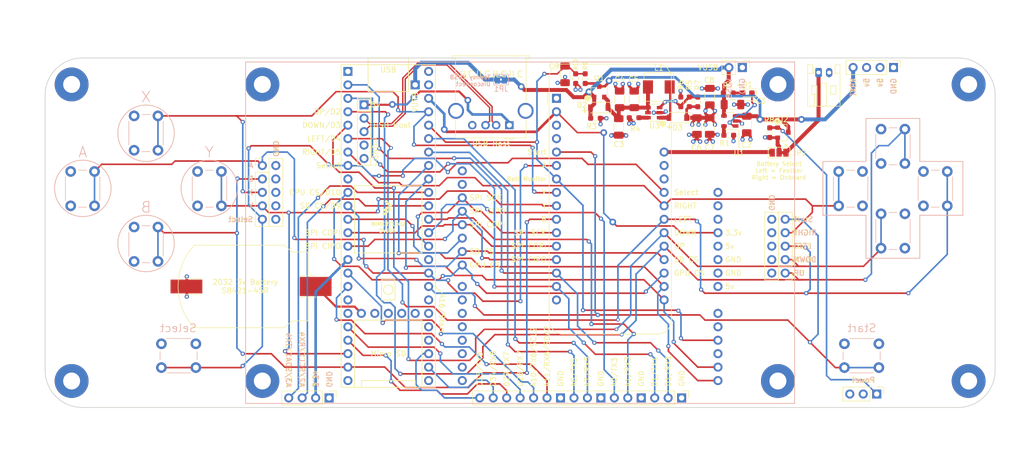
<source format=kicad_pcb>
(kicad_pcb (version 20171130) (host pcbnew 5.1.9)
  (layers (0 F.Cu signal) (1 In1.Cu power) (2 In2.Cu power) (31 B.Cu signal) (34 B.Paste user) (35 F.Paste user) (36 B.SilkS user) (37 F.SilkS user) (38 B.Mask user) (39 F.Mask user) (44 Edge.Cuts user))
  (net 0 "")
  (net 1 "Net-(A1-Pad1)")
  (net 2 "Net-(A1-Pad3)")
  (net 3 "Net-(A2-Pad16)")
  (net 4 "Net-(A2-Pad1)")
  (net 5 GND)
  (net 6 D7-RX2)
  (net 7 D10-SPI-CS)
  (net 8 D11-SPI-MOSI)
  (net 9 D12-SPI-MISO)
  (net 10 D13-SPI-SCK)
  (net 11 A4-SDA)
  (net 12 A5-SCL)
  (net 13 D0-RX1-SPI-CS1)
  (net 14 D1-TX1-SPI1-MISO1)
  (net 15 VUSB)
  (net 16 A9)
  (net 17 A8)
  (net 18 A7-RX5)
  (net 19 A6-TX5)
  (net 20 A17)
  (net 21 A16)
  (net 22 A15-SPI1-MISO1)
  (net 23 A14-SPI1-CS1)
  (net 24 D37-SPI-CS)
  (net 25 D36-SPI-CS)
  (net 26 D35-TX8)
  (net 27 D34-RX8)
  (net 28 D33)
  (net 29 D32)
  (net 30 D28-RX7)
  (net 31 A10-SCL2-TX6)
  (net 32 A13-SPI1-SCK1)
  (net 33 A12-SPI1-MOSI1)
  (net 34 A11-SDA2-RX6)
  (net 35 VBAT)
  (net 36 D29-TX7)
  (net 37 Button-Up)
  (net 38 Button-Down)
  (net 39 Button-Left)
  (net 40 Button-Right)
  (net 41 Button-Select)
  (net 42 A0-TX3)
  (net 43 A1-RX3)
  (net 44 Feather-VBAT)
  (net 45 USBHost_D+)
  (net 46 USBHost_D-)
  (net 47 USBHost_5V)
  (net 48 "Net-(R4-Pad1)")
  (net 49 A2-SCL1-RX4)
  (net 50 A3-SDA1-TX4)
  (net 51 "Net-(BT1-Pad1)")
  (net 52 +3V3)
  (net 53 +5V)
  (net 54 "Net-(D3-Pad2)")
  (net 55 "Net-(Q2-Pad1)")
  (net 56 "Net-(A1-Pad16)")
  (net 57 D8-TX2)
  (net 58 D9)
  (net 59 Button-B)
  (net 60 Button-Y)
  (net 61 "Net-(A2-Pad3)")
  (net 62 Teensy-VUSB)
  (net 63 Onboard-VBAT)
  (net 64 "Net-(A1-Pad27)")
  (net 65 "Net-(A2-Pad30)")
  (net 66 "Net-(A2-Pad17)")
  (net 67 "Net-(A2-Pad2)")
  (net 68 "Net-(A2-Pad18)")
  (net 69 "Net-(A2-Pad19)")
  (net 70 "Net-(A2-Pad20)")
  (net 71 "Net-(A2-Pad21)")
  (net 72 "Net-(A2-Pad22)")
  (net 73 "Net-(A2-Pad9)")
  (net 74 "Net-(A2-Pad10)")
  (net 75 "Net-(A2-Pad12)")
  (net 76 "Net-(A2-Pad15)")
  (net 77 "Net-(C3-Pad1)")
  (net 78 "Net-(D1-Pad2)")
  (net 79 "Net-(D1-Pad1)")
  (net 80 "Net-(J2-Pad5)")
  (net 81 "Net-(JP2-Pad2)")
  (net 82 "Net-(R1-Pad1)")
  (net 83 "Net-(R5-Pad2)")
  (net 84 "Net-(U2-Pad51)")
  (net 85 "Net-(U2-Pad53)")
  (net 86 "Net-(U2-Pad54)")
  (module Teensy:JLCPCB_MountingHole_1.152mm (layer F.Cu) (at 204.88 137.21)
    (fp_text reference REF**)
    (fp_text value MountingHole_1.152mm)
    (pad "" np_thru_hole circle (at 0 0) (size 1.152 1.152) (drill 1.152) (layers *.Cu *.Mask))
  )
  (module Teensy:JLCPCB_MountingHole_1.152mm (layer F.Cu) (at 45.28 137.26)
    (fp_text reference REF**)
    (fp_text value MountingHole_1.152mm)
    (pad "" np_thru_hole circle (at 0 0) (size 1.152 1.152) (drill 1.152) (layers *.Cu *.Mask))
  )
  (module Module_Latest:Arduino_UNO_R2 (layer F.Cu) (at 162.56 101.6 270)
    (fp_text reference A2 hide)
    (fp_text value Arduino_UNO_R2)
    (pad 16 thru_hole circle (at 33.02 48.26) (size 1.7 1.7) (drill 1) (layers *.Cu *.Mask) (net 3 "Net-(A2-Pad16)"))
    (pad 15 thru_hole circle (at 35.56 48.26) (size 1.7 1.7) (drill 1) (layers *.Cu *.Mask) (net 76 "Net-(A2-Pad15)"))
    (pad 14 thru_hole circle (at 35.56 0) (size 1.7 1.7) (drill 1) (layers *.Cu *.Mask) (net 12 A5-SCL))
    (pad 13 thru_hole circle (at 33.02 0) (size 1.7 1.7) (drill 1) (layers *.Cu *.Mask) (net 11 A4-SDA))
    (pad 28 thru_hole circle (at 1.02 48.26) (size 1.7 1.7) (drill 1) (layers *.Cu *.Mask) (net 10 D13-SPI-SCK))
    (pad 12 thru_hole circle (at 30.48 0) (size 1.7 1.7) (drill 1) (layers *.Cu *.Mask) (net 75 "Net-(A2-Pad12)"))
    (pad 27 thru_hole circle (at 3.56 48.26) (size 1.7 1.7) (drill 1) (layers *.Cu *.Mask) (net 9 D12-SPI-MISO))
    (pad 11 thru_hole circle (at 27.94 0) (size 1.7 1.7) (drill 1) (layers *.Cu *.Mask) (net 17 A8))
    (pad 26 thru_hole circle (at 6.1 48.26) (size 1.7 1.7) (drill 1) (layers *.Cu *.Mask) (net 8 D11-SPI-MOSI))
    (pad 10 thru_hole circle (at 25.4 0) (size 1.7 1.7) (drill 1) (layers *.Cu *.Mask) (net 74 "Net-(A2-Pad10)"))
    (pad 25 thru_hole circle (at 8.64 48.26) (size 1.7 1.7) (drill 1) (layers *.Cu *.Mask) (net 7 D10-SPI-CS))
    (pad 9 thru_hole circle (at 22.86 0) (size 1.7 1.7) (drill 1) (layers *.Cu *.Mask) (net 73 "Net-(A2-Pad9)"))
    (pad 24 thru_hole circle (at 11.18 48.26) (size 1.7 1.7) (drill 1) (layers *.Cu *.Mask) (net 58 D9))
    (pad 8 thru_hole circle (at 17.78 0) (size 1.7 1.7) (drill 1) (layers *.Cu *.Mask) (net 53 +5V))
    (pad 23 thru_hole circle (at 13.72 48.26) (size 1.7 1.7) (drill 1) (layers *.Cu *.Mask) (net 57 D8-TX2))
    (pad 7 thru_hole circle (at 15.24 0) (size 1.7 1.7) (drill 1) (layers *.Cu *.Mask) (net 5 GND))
    (pad 22 thru_hole circle (at 17.78 48.26) (size 1.7 1.7) (drill 1) (layers *.Cu *.Mask) (net 72 "Net-(A2-Pad22)"))
    (pad 6 thru_hole circle (at 12.7 0) (size 1.7 1.7) (drill 1) (layers *.Cu *.Mask) (net 5 GND))
    (pad 21 thru_hole circle (at 20.32 48.26) (size 1.7 1.7) (drill 1) (layers *.Cu *.Mask) (net 71 "Net-(A2-Pad21)"))
    (pad 5 thru_hole oval (at 10.16 0) (size 1.7 1.7) (drill 1) (layers *.Cu *.Mask) (net 53 +5V))
    (pad 20 thru_hole circle (at 22.86 48.26) (size 1.7 1.7) (drill 1) (layers *.Cu *.Mask) (net 70 "Net-(A2-Pad20)"))
    (pad 4 thru_hole oval (at 7.62 0) (size 1.7 1.7) (drill 1) (layers *.Cu *.Mask) (net 52 +3V3))
    (pad 19 thru_hole circle (at 25.4 48.26) (size 1.7 1.7) (drill 1) (layers *.Cu *.Mask) (net 69 "Net-(A2-Pad19)"))
    (pad 3 thru_hole oval (at 5.08 0) (size 1.7 1.7) (drill 1) (layers *.Cu *.Mask) (net 61 "Net-(A2-Pad3)"))
    (pad 18 thru_hole circle (at 27.94 48.26) (size 1.7 1.7) (drill 1) (layers *.Cu *.Mask) (net 68 "Net-(A2-Pad18)"))
    (pad 2 thru_hole oval (at 2.54 0) (size 1.7 1.7) (drill 1) (layers *.Cu *.Mask) (net 67 "Net-(A2-Pad2)"))
    (pad 17 thru_hole circle (at 30.48 48.26) (size 1.7 1.7) (drill 1) (layers *.Cu *.Mask) (net 66 "Net-(A2-Pad17)"))
    (pad 1 thru_hole circle (at 0 0) (size 1.7 1.7) (drill 1) (layers *.Cu *.Mask) (net 4 "Net-(A2-Pad1)"))
    (pad 30 thru_hole circle (at -4.06 48.26) (size 1.7 1.7) (drill 1) (layers *.Cu *.Mask) (net 65 "Net-(A2-Pad30)"))
    (pad 29 thru_hole circle (at -1.52 48.26) (size 1.7 1.7) (drill 1) (layers *.Cu *.Mask) (net 5 GND))
  )
  (module Module_Latest:Adafruit_Feather (layer F.Cu) (at 132.08 83.82)
    (fp_text reference A1 hide)
    (fp_text value Adafruit_Feather_Generic)
    (pad 16 thru_hole circle (at 0 38.1 90) (size 1.7 1.7) (drill 1) (layers *.Cu *.Mask) (net 56 "Net-(A1-Pad16)"))
    (pad 15 thru_hole circle (at 0 35.56 90) (size 1.7 1.7) (drill 1) (layers *.Cu *.Mask) (net 14 D1-TX1-SPI1-MISO1))
    (pad 14 thru_hole circle (at 0 33.02 90) (size 1.7 1.7) (drill 1) (layers *.Cu *.Mask) (net 13 D0-RX1-SPI-CS1))
    (pad 13 thru_hole circle (at 0 30.48 90) (size 1.7 1.7) (drill 1) (layers *.Cu *.Mask) (net 9 D12-SPI-MISO))
    (pad 12 thru_hole circle (at 0 27.94 90) (size 1.7 1.7) (drill 1) (layers *.Cu *.Mask) (net 8 D11-SPI-MOSI))
    (pad 11 thru_hole circle (at 0 25.4 90) (size 1.7 1.7) (drill 1) (layers *.Cu *.Mask) (net 10 D13-SPI-SCK))
    (pad 10 thru_hole circle (at 0 22.86 90) (size 1.7 1.7) (drill 1) (layers *.Cu *.Mask) (net 59 Button-B))
    (pad 9 thru_hole circle (at 0 20.32 90) (size 1.7 1.7) (drill 1) (layers *.Cu *.Mask) (net 60 Button-Y))
    (pad 8 thru_hole circle (at 0 17.78 90) (size 1.7 1.7) (drill 1) (layers *.Cu *.Mask) (net 16 A9))
    (pad 7 thru_hole circle (at 0 15.24 90) (size 1.7 1.7) (drill 1) (layers *.Cu *.Mask) (net 17 A8))
    (pad 6 thru_hole circle (at 0 12.7 90) (size 1.7 1.7) (drill 1) (layers *.Cu *.Mask) (net 20 A17))
    (pad 5 thru_hole circle (at 0 10.16 90) (size 1.7 1.7) (drill 1) (layers *.Cu *.Mask) (net 21 A16))
    (pad 4 thru_hole circle (at 0 7.62 90) (size 1.7 1.7) (drill 1) (layers *.Cu *.Mask) (net 5 GND))
    (pad 3 thru_hole circle (at 0 5.08 90) (size 1.7 1.7) (drill 1) (layers *.Cu *.Mask) (net 2 "Net-(A1-Pad3)"))
    (pad 2 thru_hole circle (at 0 2.54 90) (size 1.7 1.7) (drill 1) (layers *.Cu *.Mask) (net 52 +3V3))
    (pad 1 thru_hole rect (at 0 0 180) (size 1.7 1.7) (drill 1) (layers *.Cu *.Mask) (net 1 "Net-(A1-Pad1)"))
    (pad 28 thru_hole circle (at 20.32 10.16 90) (size 1.7 1.7) (drill 1) (layers *.Cu *.Mask) (net 44 Feather-VBAT))
    (pad 27 thru_hole circle (at 20.32 12.7 90) (size 1.7 1.7) (drill 1) (layers *.Cu *.Mask) (net 64 "Net-(A1-Pad27)"))
    (pad 26 thru_hole circle (at 20.32 15.24 90) (size 1.7 1.7) (drill 1) (layers *.Cu *.Mask) (net 53 +5V))
    (pad 25 thru_hole circle (at 20.32 17.78 90) (size 1.7 1.7) (drill 1) (layers *.Cu *.Mask) (net 41 Button-Select))
    (pad 24 thru_hole circle (at 20.32 20.32 90) (size 1.7 1.7) (drill 1) (layers *.Cu *.Mask) (net 40 Button-Right))
    (pad 23 thru_hole circle (at 20.32 22.86 90) (size 1.7 1.7) (drill 1) (layers *.Cu *.Mask) (net 39 Button-Left))
    (pad 22 thru_hole circle (at 20.32 25.4 90) (size 1.7 1.7) (drill 1) (layers *.Cu *.Mask) (net 38 Button-Down))
    (pad 21 thru_hole circle (at 20.32 27.94 90) (size 1.7 1.7) (drill 1) (layers *.Cu *.Mask) (net 37 Button-Up))
    (pad 20 thru_hole circle (at 20.32 30.48 90) (size 1.7 1.7) (drill 1) (layers *.Cu *.Mask) (net 58 D9))
    (pad 19 thru_hole circle (at 20.32 33.02 90) (size 1.7 1.7) (drill 1) (layers *.Cu *.Mask) (net 57 D8-TX2))
    (pad 18 thru_hole circle (at 20.32 35.56 90) (size 1.7 1.7) (drill 1) (layers *.Cu *.Mask) (net 12 A5-SCL))
    (pad 17 thru_hole circle (at 20.32 38.1 90) (size 1.7 1.7) (drill 1) (layers *.Cu *.Mask) (net 11 A4-SDA))
  )
  (module Diode_SMD:D_SOD-123 (layer F.Cu) (at 140.15 85.58 180)
    (fp_text reference D2 (at 3.244 0.49) (layer F.SilkS))
    (fp_text value B5819W)
    (pad 2 smd rect (at 1.65 0 180) (size 0.9 1.2) (layers F.Cu F.Paste F.Mask) (net 15 VUSB))
    (pad 1 smd rect (at -1.65 0 180) (size 0.9 1.2) (layers F.Cu F.Paste F.Mask) (net 77 "Net-(C3-Pad1)"))
  )
  (module LED_SMD:LED_0603_1608Metric_Pad1.05x0.95mm_HandSolder (layer F.Cu) (at 168.102 82.8 180)
    (fp_text reference D1 (at -0.028 1.6) (layer F.SilkS))
    (fp_text value LED-RED)
    (pad 2 smd roundrect (at 0.875 0 180) (size 1.05 0.95) (layers F.Cu F.Paste F.Mask) (net 78 "Net-(D1-Pad2)"))
    (pad 1 smd roundrect (at -0.875 0 180) (size 1.05 0.95) (layers F.Cu F.Paste F.Mask) (net 79 "Net-(D1-Pad1)"))
  )
  (module Connector_USB:USB_A_Molex_67643_Horizontal (layer F.Cu) (at 123.19 88.9 180)
    (fp_text reference J2 hide)
    (fp_text value USB_A)
    (pad 4 thru_hole circle (at 7 0 180) (size 1.6 1.6) (drill 0.95) (layers *.Cu *.Mask) (net 5 GND))
    (pad 3 thru_hole circle (at 4.5 0 180) (size 1.6 1.6) (drill 0.95) (layers *.Cu *.Mask) (net 45 USBHost_D+))
    (pad 2 thru_hole circle (at 2.5 0 180) (size 1.6 1.6) (drill 0.95) (layers *.Cu *.Mask) (net 46 USBHost_D-))
    (pad 1 thru_hole rect (at 0 0 180) (size 1.6 1.5) (drill 0.95) (layers *.Cu *.Mask) (net 47 USBHost_5V))
    (pad 5 thru_hole circle (at 10.07 2.71 180) (size 3 3) (drill 2.3) (layers *.Cu *.Mask) (net 80 "Net-(J2-Pad5)"))
    (pad 5 thru_hole circle (at -3.07 2.71 180) (size 3 3) (drill 2.3) (layers *.Cu *.Mask) (net 80 "Net-(J2-Pad5)"))
  )
  (module Connector_PinHeader_2.54mm:PinHeader_1x04_P2.54mm_Vertical (layer F.Cu) (at 195.7 78 270)
    (fp_text reference J5 hide)
    (fp_text value "VBAT/5v Breakout Header")
    (pad 1 thru_hole rect (at 0 0 270) (size 1.7 1.7) (drill 1) (layers *.Cu *.Mask) (net 5 GND))
    (pad 2 thru_hole oval (at 0 2.54 270) (size 1.7 1.7) (drill 1) (layers *.Cu *.Mask) (net 53 +5V))
    (pad 3 thru_hole oval (at 0 5.08 270) (size 1.7 1.7) (drill 1) (layers *.Cu *.Mask) (net 53 +5V))
    (pad 4 thru_hole oval (at 0 7.62 270) (size 1.7 1.7) (drill 1) (layers *.Cu *.Mask) (net 35 VBAT))
  )
  (module Connector_JST:JST_PH_S2B-PH-K_1x02_P2.00mm_Horizontal (layer F.Cu) (at 181.55 78.95)
    (fp_text reference J1 hide)
    (fp_text value JSTPH)
    (pad 1 thru_hole roundrect (at 0 0) (size 1.2 1.75) (drill 0.75) (layers *.Cu *.Mask) (roundrect_rratio 0.2083325) (net 63 Onboard-VBAT))
    (pad 2 thru_hole oval (at 2 0) (size 1.2 1.75) (drill 0.75) (layers *.Cu *.Mask) (net 5 GND))
  )
  (module Connector_PinHeader_2.54mm:PinHeader_1x02_P2.54mm_Vertical (layer F.Cu) (at 167.17 78 270)
    (fp_text reference J6 hide)
    (fp_text value "VBUS Breakout Header")
    (pad 1 thru_hole rect (at 0 0 270) (size 1.7 1.7) (drill 1) (layers *.Cu *.Mask) (net 5 GND))
    (pad 2 thru_hole oval (at 0 2.54 270) (size 1.7 1.7) (drill 1) (layers *.Cu *.Mask) (net 15 VUSB))
  )
  (module Connector_PinHeader_2.54mm:PinHeader_1x16_P2.54mm_Vertical (layer F.Cu) (at 155.702 140.44 270)
    (fp_text reference J3 hide)
    (fp_text value "Serial Breakouts")
    (pad 16 thru_hole oval (at 0 38.1 270) (size 1.7 1.7) (drill 1) (layers *.Cu *.Mask) (net 26 D35-TX8))
    (pad 15 thru_hole oval (at 0 35.56 270) (size 1.7 1.7) (drill 1) (layers *.Cu *.Mask) (net 27 D34-RX8))
    (pad 14 thru_hole oval (at 0 33.02 270) (size 1.7 1.7) (drill 1) (layers *.Cu *.Mask) (net 36 D29-TX7))
    (pad 13 thru_hole oval (at 0 30.48 270) (size 1.7 1.7) (drill 1) (layers *.Cu *.Mask) (net 30 D28-RX7))
    (pad 12 thru_hole oval (at 0 27.94 270) (size 1.7 1.7) (drill 1) (layers *.Cu *.Mask) (net 31 A10-SCL2-TX6))
    (pad 11 thru_hole oval (at 0 25.4 270) (size 1.7 1.7) (drill 1) (layers *.Cu *.Mask) (net 34 A11-SDA2-RX6))
    (pad 10 thru_hole rect (at 0 22.86 270) (size 1.7 1.7) (drill 1) (layers *.Cu *.Mask) (net 5 GND))
    (pad 9 thru_hole oval (at 0 20.32 270) (size 1.7 1.7) (drill 1) (layers *.Cu *.Mask) (net 19 A6-TX5))
    (pad 8 thru_hole oval (at 0 17.78 270) (size 1.7 1.7) (drill 1) (layers *.Cu *.Mask) (net 18 A7-RX5))
    (pad 7 thru_hole rect (at 0 15.24 270) (size 1.7 1.7) (drill 1) (layers *.Cu *.Mask) (net 5 GND))
    (pad 6 thru_hole oval (at 0 12.7 270) (size 1.7 1.7) (drill 1) (layers *.Cu *.Mask) (net 42 A0-TX3))
    (pad 5 thru_hole oval (at 0 10.16 270) (size 1.7 1.7) (drill 1) (layers *.Cu *.Mask) (net 43 A1-RX3))
    (pad 4 thru_hole rect (at 0 7.62 270) (size 1.7 1.7) (drill 1) (layers *.Cu *.Mask) (net 5 GND))
    (pad 3 thru_hole oval (at 0 5.08 270) (size 1.7 1.7) (drill 1) (layers *.Cu *.Mask) (net 14 D1-TX1-SPI1-MISO1))
    (pad 2 thru_hole circle (at 0 2.54 270) (size 1.7 1.7) (drill 1) (layers *.Cu *.Mask) (net 13 D0-RX1-SPI-CS1))
    (pad 1 thru_hole rect (at 0 0 270) (size 1.7 1.7) (drill 1) (layers *.Cu *.Mask) (net 5 GND))
  )
  (module Jumper:SolderJumper-3_P1.3mm_Bridged12_Pad1.0x1.5mm (layer F.Cu) (at 174.1 94.09 180)
    (fp_text reference JP2 (at -3.87 -0.07) (layer F.SilkS))
    (fp_text value "Battery Select")
    (fp_poly (pts (xy -0.9 -0.3) (xy -0.4 -0.3) (xy -0.4 0.3) (xy -0.9 0.3)) (layer F.Cu) (width 0))
    (pad 1 smd rect (at -1.3 0 180) (size 1 1.5) (layers F.Cu F.Mask) (net 63 Onboard-VBAT))
    (pad 3 smd rect (at 1.3 0 180) (size 1 1.5) (layers F.Cu F.Mask) (net 44 Feather-VBAT))
    (pad 2 smd rect (at 0 0 180) (size 1 1.5) (layers F.Cu F.Mask) (net 81 "Net-(JP2-Pad2)"))
  )
  (module Jumper:SolderJumper-2_P1.3mm_Bridged2Bar_Pad1.0x1.5mm (layer B.Cu) (at 121.594 80.28)
    (fp_text reference JP1 (at 0 1.8) (layer B.SilkS) (effects (justify mirror)))
    (fp_text value SolderJumper_2_Bridged)
    (fp_poly (pts (xy -0.25 -0.2) (xy 0.25 -0.2) (xy 0.25 -0.6) (xy -0.25 -0.6)) (layer B.Cu) (width 0))
    (fp_poly (pts (xy -0.25 0.6) (xy 0.25 0.6) (xy 0.25 0.2) (xy -0.25 0.2)) (layer B.Cu) (width 0))
    (pad 1 smd rect (at -0.65 0) (size 1 1.5) (layers B.Cu B.Mask) (net 62 Teensy-VUSB))
    (pad 2 smd rect (at 0.65 0) (size 1 1.5) (layers B.Cu B.Mask) (net 15 VUSB))
  )
  (module Button_Switch_THT:SW_PUSH_6mm (layer B.Cu) (at 197.85 96.14 90)
    (fp_text reference SW2 hide)
    (fp_text value SW_Push)
    (pad 1 thru_hole circle (at 6.5 0) (size 2 2) (drill 1.1) (layers *.Cu *.Mask) (net 37 Button-Up))
    (pad 2 thru_hole circle (at 6.5 -4.5) (size 2 2) (drill 1.1) (layers *.Cu *.Mask) (net 5 GND))
    (pad 1 thru_hole circle (at 0 0) (size 2 2) (drill 1.1) (layers *.Cu *.Mask) (net 37 Button-Up))
    (pad 2 thru_hole circle (at 0 -4.5) (size 2 2) (drill 1.1) (layers *.Cu *.Mask) (net 5 GND))
  )
  (module Teensy:Teensy41NoEthernet (layer F.Cu) (at 100.33 107.95 270)
    (fp_text reference U2 hide)
    (fp_text value Teensy4.1)
    (fp_text user VUSB (at -23.428 -5.082 270) (layer F.SilkS))
    (fp_text user GND (at -14.03 2.4 270) (layer F.SilkS))
    (fp_text user 5V (at -22.92 2.4) (layer F.SilkS))
    (fp_text user DVJ6A (at 0.896 0.176) (layer F.SilkS) (effects (font (size 0.7 0.7))))
    (fp_text user MIMXRT1062 (at -0.374 -0.004) (layer F.SilkS) (effects (font (size 0.7 0.7))))
    (fp_text user "Micro SD" (at 24.13 0 180) (layer F.SilkS))
    (fp_text user USB (at -29.524 -0.002) (layer F.SilkS))
    (fp_text user "USB Host" (at -19.06 -0.682) (layer F.SilkS))
    (pad 49 thru_hole rect (at -26.67 -5.08 270) (size 1.7 1.7) (drill 1) (layers *.Cu *.Mask) (net 62 Teensy-VUSB))
    (pad 59 thru_hole circle (at -12.7508 4.5692 270) (size 1.7 1.7) (drill 1) (layers *.Cu *.Mask) (net 5 GND))
    (pad 58 thru_hole circle (at -15.2908 4.5692 270) (size 1.7 1.7) (drill 1) (layers *.Cu *.Mask) (net 5 GND))
    (pad 57 thru_hole circle (at -17.8308 4.5692 270) (size 1.7 1.7) (drill 1) (layers *.Cu *.Mask) (net 45 USBHost_D+))
    (pad 56 thru_hole circle (at -20.3708 4.5692 270) (size 1.7 1.7) (drill 1) (layers *.Cu *.Mask) (net 46 USBHost_D-))
    (pad 55 thru_hole rect (at -22.9108 4.5692 270) (size 1.7 1.7) (drill 1) (layers *.Cu *.Mask) (net 47 USBHost_5V))
    (pad 48 thru_hole circle (at -29.21 -7.62 270) (size 1.7 1.7) (drill 1) (layers *.Cu *.Mask) (net 53 +5V))
    (pad 47 thru_hole circle (at -26.67 -7.62 270) (size 1.7 1.7) (drill 1) (layers *.Cu *.Mask) (net 5 GND))
    (pad 46 thru_hole circle (at -24.13 -7.62 270) (size 1.7 1.7) (drill 1) (layers *.Cu *.Mask) (net 52 +3V3))
    (pad 45 thru_hole circle (at -21.59 -7.62 270) (size 1.7 1.7) (drill 1) (layers *.Cu *.Mask) (net 16 A9))
    (pad 44 thru_hole circle (at -19.05 -7.62 270) (size 1.7 1.7) (drill 1) (layers *.Cu *.Mask) (net 17 A8))
    (pad 43 thru_hole circle (at -16.51 -7.62 270) (size 1.7 1.7) (drill 1) (layers *.Cu *.Mask) (net 18 A7-RX5))
    (pad 42 thru_hole circle (at -13.97 -7.62 270) (size 1.7 1.7) (drill 1) (layers *.Cu *.Mask) (net 19 A6-TX5))
    (pad 41 thru_hole circle (at -11.43 -7.62 270) (size 1.7 1.7) (drill 1) (layers *.Cu *.Mask) (net 12 A5-SCL))
    (pad 40 thru_hole circle (at -8.89 -7.62 270) (size 1.7 1.7) (drill 1) (layers *.Cu *.Mask) (net 11 A4-SDA))
    (pad 39 thru_hole circle (at -6.35 -7.62 270) (size 1.7 1.7) (drill 1) (layers *.Cu *.Mask) (net 50 A3-SDA1-TX4))
    (pad 38 thru_hole circle (at -3.81 -7.62 270) (size 1.7 1.7) (drill 1) (layers *.Cu *.Mask) (net 49 A2-SCL1-RX4))
    (pad 37 thru_hole circle (at -1.27 -7.62 270) (size 1.7 1.7) (drill 1) (layers *.Cu *.Mask) (net 43 A1-RX3))
    (pad 36 thru_hole circle (at 1.27 -7.62 270) (size 1.7 1.7) (drill 1) (layers *.Cu *.Mask) (net 42 A0-TX3))
    (pad 35 thru_hole circle (at 3.81 -7.62 270) (size 1.7 1.7) (drill 1) (layers *.Cu *.Mask) (net 10 D13-SPI-SCK))
    (pad 1 thru_hole rect (at -29.21 7.62 270) (size 1.7 1.7) (drill 1) (layers *.Cu *.Mask) (net 5 GND))
    (pad 2 thru_hole circle (at -26.67 7.62 270) (size 1.7 1.7) (drill 1) (layers *.Cu *.Mask) (net 13 D0-RX1-SPI-CS1))
    (pad 3 thru_hole circle (at -24.13 7.62 270) (size 1.7 1.7) (drill 1) (layers *.Cu *.Mask) (net 14 D1-TX1-SPI1-MISO1))
    (pad 4 thru_hole circle (at -21.59 7.62 270) (size 1.7 1.7) (drill 1) (layers *.Cu *.Mask) (net 37 Button-Up))
    (pad 5 thru_hole circle (at -19.05 7.62 270) (size 1.7 1.7) (drill 1) (layers *.Cu *.Mask) (net 38 Button-Down))
    (pad 6 thru_hole circle (at -16.51 7.62 270) (size 1.7 1.7) (drill 1) (layers *.Cu *.Mask) (net 39 Button-Left))
    (pad 7 thru_hole circle (at -13.97 7.62 270) (size 1.7 1.7) (drill 1) (layers *.Cu *.Mask) (net 40 Button-Right))
    (pad 8 thru_hole circle (at -11.43 7.62 270) (size 1.7 1.7) (drill 1) (layers *.Cu *.Mask) (net 41 Button-Select))
    (pad 9 thru_hole circle (at -8.89 7.62 270) (size 1.7 1.7) (drill 1) (layers *.Cu *.Mask) (net 6 D7-RX2))
    (pad 10 thru_hole circle (at -6.35 7.62 270) (size 1.7 1.7) (drill 1) (layers *.Cu *.Mask) (net 57 D8-TX2))
    (pad 11 thru_hole circle (at -3.81 7.62 270) (size 1.7 1.7) (drill 1) (layers *.Cu *.Mask) (net 58 D9))
    (pad 12 thru_hole circle (at -1.27 7.62 270) (size 1.7 1.7) (drill 1) (layers *.Cu *.Mask) (net 7 D10-SPI-CS))
    (pad 13 thru_hole circle (at 1.27 7.62 270) (size 1.7 1.7) (drill 1) (layers *.Cu *.Mask) (net 8 D11-SPI-MOSI))
    (pad 34 thru_hole circle (at 6.35 -7.62 270) (size 1.7 1.7) (drill 1) (layers *.Cu *.Mask) (net 5 GND))
    (pad 33 thru_hole circle (at 8.89 -7.62 270) (size 1.7 1.7) (drill 1) (layers *.Cu *.Mask) (net 20 A17))
    (pad 32 thru_hole circle (at 11.43 -7.62 270) (size 1.7 1.7) (drill 1) (layers *.Cu *.Mask) (net 21 A16))
    (pad 31 thru_hole circle (at 13.97 -7.62 270) (size 1.7 1.7) (drill 1) (layers *.Cu *.Mask) (net 22 A15-SPI1-MISO1))
    (pad 30 thru_hole circle (at 16.51 -7.62 270) (size 1.7 1.7) (drill 1) (layers *.Cu *.Mask) (net 23 A14-SPI1-CS1))
    (pad 29 thru_hole circle (at 19.05 -7.62 270) (size 1.7 1.7) (drill 1) (layers *.Cu *.Mask) (net 24 D37-SPI-CS))
    (pad 28 thru_hole circle (at 21.59 -7.62 270) (size 1.7 1.7) (drill 1) (layers *.Cu *.Mask) (net 25 D36-SPI-CS))
    (pad 27 thru_hole circle (at 24.13 -7.62 270) (size 1.7 1.7) (drill 1) (layers *.Cu *.Mask) (net 26 D35-TX8))
    (pad 26 thru_hole circle (at 26.67 -7.62 270) (size 1.7 1.7) (drill 1) (layers *.Cu *.Mask) (net 27 D34-RX8))
    (pad 25 thru_hole circle (at 29.21 -7.62 270) (size 1.7 1.7) (drill 1) (layers *.Cu *.Mask) (net 28 D33))
    (pad 24 thru_hole circle (at 29.21 7.62 270) (size 1.7 1.7) (drill 1) (layers *.Cu *.Mask) (net 29 D32))
    (pad 23 thru_hole circle (at 26.67 7.62 270) (size 1.7 1.7) (drill 1) (layers *.Cu *.Mask) (net 59 Button-B))
    (pad 22 thru_hole circle (at 24.13 7.62 270) (size 1.7 1.7) (drill 1) (layers *.Cu *.Mask) (net 60 Button-Y))
    (pad 21 thru_hole circle (at 21.59 7.62 270) (size 1.7 1.7) (drill 1) (layers *.Cu *.Mask) (net 36 D29-TX7))
    (pad 14 thru_hole circle (at 3.81 7.62 270) (size 1.7 1.7) (drill 1) (layers *.Cu *.Mask) (net 9 D12-SPI-MISO))
    (pad 15 thru_hole circle (at 6.35 7.62 270) (size 1.7 1.7) (drill 1) (layers *.Cu *.Mask) (net 52 +3V3))
    (pad 16 thru_hole circle (at 8.89 7.62 270) (size 1.7 1.7) (drill 1) (layers *.Cu *.Mask) (net 31 A10-SCL2-TX6))
    (pad 20 thru_hole circle (at 19.05 7.62 270) (size 1.7 1.7) (drill 1) (layers *.Cu *.Mask) (net 30 D28-RX7))
    (pad 19 thru_hole circle (at 16.51 7.62 270) (size 1.7 1.7) (drill 1) (layers *.Cu *.Mask) (net 32 A13-SPI1-SCK1))
    (pad 18 thru_hole circle (at 13.97 7.62 270) (size 1.7 1.7) (drill 1) (layers *.Cu *.Mask) (net 33 A12-SPI1-MOSI1))
    (pad 17 thru_hole circle (at 11.43 7.62 270) (size 1.7 1.7) (drill 1) (layers *.Cu *.Mask) (net 34 A11-SDA2-RX6))
    (pad 50 thru_hole circle (at 16.51 5.08 270) (size 1.7 1.7) (drill 1) (layers *.Cu *.Mask) (net 51 "Net-(BT1-Pad1)"))
    (pad 51 thru_hole circle (at 16.51 2.54 270) (size 1.7 1.7) (drill 1) (layers *.Cu *.Mask) (net 84 "Net-(U2-Pad51)"))
    (pad 52 thru_hole circle (at 16.51 0 270) (size 1.7 1.7) (drill 1) (layers *.Cu *.Mask) (net 5 GND))
    (pad 53 thru_hole circle (at 16.51 -2.54 270) (size 1.7 1.7) (drill 1) (layers *.Cu *.Mask) (net 85 "Net-(U2-Pad53)"))
    (pad 54 thru_hole circle (at 16.51 -5.08 270) (size 1.7 1.7) (drill 1) (layers *.Cu *.Mask) (net 86 "Net-(U2-Pad54)"))
  )
  (module Package_TO_SOT_SMD:SOT-23-5 (layer F.Cu) (at 164.802 88.1 180)
    (fp_text reference U1 (at -1.728 -6) (layer F.SilkS))
    (fp_text value TP4054)
    (pad 5 smd rect (at 1.1 -0.95 180) (size 1.06 0.65) (layers F.Cu F.Paste F.Mask) (net 82 "Net-(R1-Pad1)"))
    (pad 4 smd rect (at 1.1 0.95 180) (size 1.06 0.65) (layers F.Cu F.Paste F.Mask) (net 15 VUSB))
    (pad 3 smd rect (at -1.1 0.95 180) (size 1.06 0.65) (layers F.Cu F.Paste F.Mask) (net 35 VBAT))
    (pad 2 smd rect (at -1.1 0 180) (size 1.06 0.65) (layers F.Cu F.Paste F.Mask) (net 5 GND))
    (pad 1 smd rect (at -1.1 -0.95 180) (size 1.06 0.65) (layers F.Cu F.Paste F.Mask) (net 79 "Net-(D1-Pad1)"))
  )
  (module Connector_PinHeader_2.54mm:PinHeader_1x03_P2.54mm_Vertical (layer F.Cu) (at 192.53 139.7 270)
    (fp_text reference SW1 hide)
    (fp_text value "Battery Switch")
    (pad 3 thru_hole oval (at 0 5.08 270) (size 1.7 1.7) (drill 1) (layers *.Cu *.Mask))
    (pad 2 thru_hole oval (at 0 2.54 270) (size 1.7 1.7) (drill 1) (layers *.Cu *.Mask) (net 5 GND))
    (pad 1 thru_hole rect (at 0 0 270) (size 1.7 1.7) (drill 1) (layers *.Cu *.Mask) (net 55 "Net-(Q2-Pad1)"))
  )
  (module Resistor_SMD:R_0603_1608Metric_Pad0.98x0.95mm_HandSolder (layer F.Cu) (at 146.7375 87.48 180)
    (fp_text reference R4 (at -0.1925 -2.12 180) (layer F.SilkS))
    (fp_text value 10k)
    (pad 2 smd roundrect (at 0.9125 0 180) (size 0.975 0.95) (layers F.Cu F.Paste F.Mask) (net 5 GND))
    (pad 1 smd roundrect (at -0.9125 0 180) (size 0.975 0.95) (layers F.Cu F.Paste F.Mask) (net 48 "Net-(R4-Pad1)"))
  )
  (module Resistor_SMD:R_0603_1608Metric_Pad0.98x0.95mm_HandSolder (layer F.Cu) (at 157.15 84.4925 90)
    (fp_text reference R5 (at 3.1875 -0.025 90) (layer F.SilkS))
    (fp_text value 120k)
    (pad 1 smd roundrect (at -0.9125 0 90) (size 0.975 0.95) (layers F.Cu F.Paste F.Mask) (net 53 +5V))
    (pad 2 smd roundrect (at 0.9125 0 90) (size 0.975 0.95) (layers F.Cu F.Paste F.Mask) (net 83 "Net-(R5-Pad2)"))
  )
  (module Resistor_SMD:R_0603_1608Metric_Pad0.98x0.95mm_HandSolder (layer F.Cu) (at 155.55 84.4925 90)
    (fp_text reference R6 (at 3.2125 0 90) (layer F.SilkS))
    (fp_text value 12k)
    (pad 2 smd roundrect (at 0.9125 0 90) (size 0.975 0.95) (layers F.Cu F.Paste F.Mask) (net 5 GND))
    (pad 1 smd roundrect (at -0.9125 0 90) (size 0.975 0.95) (layers F.Cu F.Paste F.Mask) (net 83 "Net-(R5-Pad2)"))
  )
  (module Resistor_SMD:R_0603_1608Metric_Pad0.98x0.95mm_HandSolder (layer F.Cu) (at 158.75 84.4925 90)
    (fp_text reference R7 (at 3.1875 0 90) (layer F.SilkS))
    (fp_text value 330k)
    (pad 1 smd roundrect (at -0.9125 0 90) (size 0.975 0.95) (layers F.Cu F.Paste F.Mask) (net 53 +5V))
    (pad 2 smd roundrect (at 0.9125 0 90) (size 0.975 0.95) (layers F.Cu F.Paste F.Mask) (net 83 "Net-(R5-Pad2)"))
  )
  (module Package_TO_SOT_SMD:SOT-23-6 (layer F.Cu) (at 150.45 86.53 180)
    (fp_text reference U3 (at -0.152 -2.47) (layer F.SilkS))
    (fp_text value FP6291LR-G1)
    (pad 1 smd rect (at -1.1 -0.95 180) (size 1.06 0.65) (layers F.Cu F.Paste F.Mask) (net 54 "Net-(D3-Pad2)"))
    (pad 2 smd rect (at -1.1 0 180) (size 1.06 0.65) (layers F.Cu F.Paste F.Mask) (net 5 GND))
    (pad 3 smd rect (at -1.1 0.95 180) (size 1.06 0.65) (layers F.Cu F.Paste F.Mask) (net 83 "Net-(R5-Pad2)"))
    (pad 4 smd rect (at 1.1 0.95 180) (size 1.06 0.65) (layers F.Cu F.Paste F.Mask) (net 77 "Net-(C3-Pad1)"))
    (pad 6 smd rect (at 1.1 -0.95 180) (size 1.06 0.65) (layers F.Cu F.Paste F.Mask) (net 48 "Net-(R4-Pad1)"))
    (pad 5 smd rect (at 1.1 0 180) (size 1.06 0.65) (layers F.Cu F.Paste F.Mask) (net 77 "Net-(C3-Pad1)"))
  )
  (module Teensy:JLCPCB_MountingHole_1.152mm (layer F.Cu) (at 195.6 100.9)
    (fp_text reference REF**)
    (fp_text value MountingHole_1.152mm)
    (pad "" np_thru_hole circle (at 0 0) (size 1.152 1.152) (drill 1.152) (layers *.Cu *.Mask))
  )
  (module Teensy:JLCPCB_MountingHole_1.152mm (layer F.Cu) (at 204.882 81.18)
    (fp_text reference REF**)
    (fp_text value MountingHole_1.152mm)
    (pad "" np_thru_hole circle (at 0 0) (size 1.152 1.152) (drill 1.152) (layers *.Cu *.Mask))
  )
  (module Teensy:JLCPCB_MountingHole_1.152mm (layer F.Cu) (at 100.332 120.02)
    (fp_text reference REF**)
    (fp_text value MountingHole_1.152mm)
    (pad "" np_thru_hole circle (at 0 0) (size 1.152 1.152) (drill 1.152) (layers *.Cu *.Mask))
  )
  (module Teensy:JLCPCB_MountingHole_1.152mm (layer F.Cu) (at 45.282 81.22)
    (fp_text reference REF**)
    (fp_text value MountingHole_1.152mm)
    (pad "" np_thru_hole circle (at 0 0) (size 1.152 1.152) (drill 1.152) (layers *.Cu *.Mask))
  )
  (module Resistor_SMD:R_0603_1608Metric_Pad0.98x0.95mm_HandSolder (layer F.Cu) (at 139.45 87.58)
    (fp_text reference R3 (at -0.748 1.5375) (layer F.SilkS))
    (fp_text value 100k)
    (pad 2 smd roundrect (at 0.9125 0) (size 0.975 0.95) (layers F.Cu F.Paste F.Mask) (net 5 GND))
    (pad 1 smd roundrect (at -0.9125 0) (size 0.975 0.95) (layers F.Cu F.Paste F.Mask) (net 15 VUSB))
  )
  (module Resistor_SMD:R_0603_1608Metric_Pad0.98x0.95mm_HandSolder (layer F.Cu) (at 164.502 82.8 180)
    (fp_text reference R2 (at 0.072 1.4) (layer F.SilkS))
    (fp_text value 2k)
    (pad 2 smd roundrect (at 0.9125 0 180) (size 0.975 0.95) (layers F.Cu F.Paste F.Mask) (net 15 VUSB))
    (pad 1 smd roundrect (at -0.9125 0 180) (size 0.975 0.95) (layers F.Cu F.Paste F.Mask) (net 78 "Net-(D1-Pad2)"))
  )
  (module Resistor_SMD:R_0603_1608Metric_Pad0.98x0.95mm_HandSolder (layer F.Cu) (at 164.602 90.8)
    (fp_text reference R1 (at -0.772 1.5) (layer F.SilkS))
    (fp_text value 1k)
    (pad 2 smd roundrect (at 0.9125 0) (size 0.975 0.95) (layers F.Cu F.Paste F.Mask) (net 5 GND))
    (pad 1 smd roundrect (at -0.9125 0) (size 0.975 0.95) (layers F.Cu F.Paste F.Mask) (net 82 "Net-(R1-Pad1)"))
  )
  (module Resistor_SMD:R_0603_1608Metric_Pad0.98x0.95mm_HandSolder (layer F.Cu) (at 135.702 80.1 270)
    (fp_text reference R10 (at -2.7 -0.028 270) (layer F.SilkS) (effects (font (size 0.7 0.7))))
    (fp_text value 10M)
    (pad 2 smd roundrect (at 0.9125 0 270) (size 0.975 0.95) (layers F.Cu F.Paste F.Mask) (net 5 GND))
    (pad 1 smd roundrect (at -0.9125 0 270) (size 0.975 0.95) (layers F.Cu F.Paste F.Mask) (net 17 A8))
  )
  (module Resistor_SMD:R_0603_1608Metric_Pad0.98x0.95mm_HandSolder (layer F.Cu) (at 137.502 80.1 90)
    (fp_text reference R9 (at 2.4 0.028 90) (layer F.SilkS) (effects (font (size 0.8 0.8))))
    (fp_text value 10M)
    (pad 2 smd roundrect (at 0.9125 0 90) (size 0.975 0.95) (layers F.Cu F.Paste F.Mask) (net 17 A8))
    (pad 1 smd roundrect (at -0.9125 0 90) (size 0.975 0.95) (layers F.Cu F.Paste F.Mask) (net 35 VBAT))
  )
  (module Teensy:CoinCell2032HarwinS8421-45R-HandSolder (layer F.Cu) (at 59.69 119.38 90)
    (fp_text reference BT1 hide)
    (fp_text value Coin_Cell_2032)
    (pad 2 smd rect (at 0 2.54 90) (size 2.6 6) (layers F.Cu F.Paste F.Mask) (net 5 GND))
    (pad 1 smd rect (at 0 26.94 90) (size 3.6 6) (layers F.Cu F.Paste F.Mask) (net 51 "Net-(BT1-Pad1)"))
  )
  (module Package_TO_SOT_SMD:SOT-23 (layer F.Cu) (at 140.15 82.58 90)
    (fp_text reference Q1 (at 2.5625 0 180) (layer F.SilkS))
    (fp_text value DMG3415UQ)
    (pad 3 smd rect (at 1 0 90) (size 0.9 0.8) (layers F.Cu F.Paste F.Mask) (net 35 VBAT))
    (pad 2 smd rect (at -1 0.95 90) (size 0.9 0.8) (layers F.Cu F.Paste F.Mask) (net 77 "Net-(C3-Pad1)"))
    (pad 1 smd rect (at -1 -0.95 90) (size 0.9 0.8) (layers F.Cu F.Paste F.Mask) (net 15 VUSB))
  )
  (module Connector_PinHeader_2.54mm:PinHeader_1x04_P2.54mm_Vertical (layer F.Cu) (at 89.162 140.44 270)
    (fp_text reference J4 hide)
    (fp_text value "I2C1 Breakout")
    (pad 4 thru_hole oval (at 0 7.62 270) (size 1.7 1.7) (drill 1) (layers *.Cu *.Mask) (net 50 A3-SDA1-TX4))
    (pad 3 thru_hole oval (at 0 5.08 270) (size 1.7 1.7) (drill 1) (layers *.Cu *.Mask) (net 49 A2-SCL1-RX4))
    (pad 2 thru_hole oval (at 0 2.54 270) (size 1.7 1.7) (drill 1) (layers *.Cu *.Mask) (net 52 +3V3))
    (pad 1 thru_hole rect (at 0 0 270) (size 1.7 1.7) (drill 1) (layers *.Cu *.Mask) (net 5 GND))
  )
  (module Button_Switch_THT:SW_PUSH_6mm (layer B.Cu) (at 57.508 134.706)
    (fp_text reference SW7 hide)
    (fp_text value SW_Push)
    (pad 1 thru_hole circle (at 6.5 0 270) (size 2 2) (drill 1.1) (layers *.Cu *.Mask) (net 41 Button-Select))
    (pad 2 thru_hole circle (at 6.5 -4.5 270) (size 2 2) (drill 1.1) (layers *.Cu *.Mask) (net 5 GND))
    (pad 1 thru_hole circle (at 0 0 270) (size 2 2) (drill 1.1) (layers *.Cu *.Mask) (net 41 Button-Select))
    (pad 2 thru_hole circle (at 0 -4.5 270) (size 2 2) (drill 1.1) (layers *.Cu *.Mask) (net 5 GND))
  )
  (module Button_Switch_THT:SW_PUSH_6mm (layer B.Cu) (at 186.436 134.706)
    (fp_text reference SW6 hide)
    (fp_text value SW_Push)
    (pad 1 thru_hole circle (at 6.5 0 270) (size 2 2) (drill 1.1) (layers *.Cu *.Mask) (net 21 A16))
    (pad 2 thru_hole circle (at 6.5 -4.5 270) (size 2 2) (drill 1.1) (layers *.Cu *.Mask) (net 5 GND))
    (pad 1 thru_hole circle (at 0 0 270) (size 2 2) (drill 1.1) (layers *.Cu *.Mask) (net 21 A16))
    (pad 2 thru_hole circle (at 0 -4.5 270) (size 2 2) (drill 1.1) (layers *.Cu *.Mask) (net 5 GND))
  )
  (module Button_Switch_THT:SW_PUSH_6mm (layer B.Cu) (at 68.834 104.14 90)
    (fp_text reference SW11 hide)
    (fp_text value SW_Push)
    (pad 1 thru_hole circle (at 6.5 0) (size 2 2) (drill 1.1) (layers *.Cu *.Mask) (net 60 Button-Y))
    (pad 2 thru_hole circle (at 6.5 -4.5) (size 2 2) (drill 1.1) (layers *.Cu *.Mask) (net 5 GND))
    (pad 1 thru_hole circle (at 0 0) (size 2 2) (drill 1.1) (layers *.Cu *.Mask) (net 60 Button-Y))
    (pad 2 thru_hole circle (at 0 -4.5) (size 2 2) (drill 1.1) (layers *.Cu *.Mask) (net 5 GND))
  )
  (module Button_Switch_THT:SW_PUSH_6mm (layer B.Cu) (at 56.858 93.64 90)
    (fp_text reference SW10 hide)
    (fp_text value SW_Push)
    (pad 1 thru_hole circle (at 6.5 0) (size 2 2) (drill 1.1) (layers *.Cu *.Mask) (net 16 A9))
    (pad 2 thru_hole circle (at 6.5 -4.5) (size 2 2) (drill 1.1) (layers *.Cu *.Mask) (net 5 GND))
    (pad 1 thru_hole circle (at 0 0) (size 2 2) (drill 1.1) (layers *.Cu *.Mask) (net 16 A9))
    (pad 2 thru_hole circle (at 0 -4.5) (size 2 2) (drill 1.1) (layers *.Cu *.Mask) (net 5 GND))
  )
  (module Button_Switch_THT:SW_PUSH_6mm (layer B.Cu) (at 56.858 114.64 90)
    (fp_text reference SW9 hide)
    (fp_text value SW_Push)
    (pad 1 thru_hole circle (at 6.5 0) (size 2 2) (drill 1.1) (layers *.Cu *.Mask) (net 59 Button-B))
    (pad 2 thru_hole circle (at 6.5 -4.5) (size 2 2) (drill 1.1) (layers *.Cu *.Mask) (net 5 GND))
    (pad 1 thru_hole circle (at 0 0) (size 2 2) (drill 1.1) (layers *.Cu *.Mask) (net 59 Button-B))
    (pad 2 thru_hole circle (at 0 -4.5) (size 2 2) (drill 1.1) (layers *.Cu *.Mask) (net 5 GND))
  )
  (module Button_Switch_THT:SW_PUSH_6mm (layer B.Cu) (at 44.882 104.14 90)
    (fp_text reference SW8 hide)
    (fp_text value SW_Push)
    (pad 1 thru_hole circle (at 6.5 0) (size 2 2) (drill 1.1) (layers *.Cu *.Mask) (net 20 A17))
    (pad 2 thru_hole circle (at 6.5 -4.5) (size 2 2) (drill 1.1) (layers *.Cu *.Mask) (net 5 GND))
    (pad 1 thru_hole circle (at 0 0) (size 2 2) (drill 1.1) (layers *.Cu *.Mask) (net 20 A17))
    (pad 2 thru_hole circle (at 0 -4.5) (size 2 2) (drill 1.1) (layers *.Cu *.Mask) (net 5 GND))
  )
  (module Button_Switch_THT:SW_PUSH_6mm (layer B.Cu) (at 185.35 97.64 270)
    (fp_text reference SW5 hide)
    (fp_text value SW_Push)
    (pad 1 thru_hole circle (at 6.5 0 180) (size 2 2) (drill 1.1) (layers *.Cu *.Mask) (net 40 Button-Right))
    (pad 2 thru_hole circle (at 6.5 -4.5 180) (size 2 2) (drill 1.1) (layers *.Cu *.Mask) (net 5 GND))
    (pad 1 thru_hole circle (at 0 0 180) (size 2 2) (drill 1.1) (layers *.Cu *.Mask) (net 40 Button-Right))
    (pad 2 thru_hole circle (at 0 -4.5 180) (size 2 2) (drill 1.1) (layers *.Cu *.Mask) (net 5 GND))
  )
  (module Button_Switch_THT:SW_PUSH_6mm (layer B.Cu) (at 205.85 104.14 90)
    (fp_text reference SW4 hide)
    (fp_text value SW_Push)
    (pad 1 thru_hole circle (at 6.5 0) (size 2 2) (drill 1.1) (layers *.Cu *.Mask) (net 39 Button-Left))
    (pad 2 thru_hole circle (at 6.5 -4.5) (size 2 2) (drill 1.1) (layers *.Cu *.Mask) (net 5 GND))
    (pad 1 thru_hole circle (at 0 0) (size 2 2) (drill 1.1) (layers *.Cu *.Mask) (net 39 Button-Left))
    (pad 2 thru_hole circle (at 0 -4.5) (size 2 2) (drill 1.1) (layers *.Cu *.Mask) (net 5 GND))
  )
  (module Button_Switch_THT:SW_PUSH_6mm (layer B.Cu) (at 193.35 105.64 270)
    (fp_text reference SW3 hide)
    (fp_text value SW_Push)
    (pad 1 thru_hole circle (at 6.5 0 180) (size 2 2) (drill 1.1) (layers *.Cu *.Mask) (net 38 Button-Down))
    (pad 2 thru_hole circle (at 6.5 -4.5 180) (size 2 2) (drill 1.1) (layers *.Cu *.Mask) (net 5 GND))
    (pad 1 thru_hole circle (at 0 0 180) (size 2 2) (drill 1.1) (layers *.Cu *.Mask) (net 38 Button-Down))
    (pad 2 thru_hole circle (at 0 -4.5 180) (size 2 2) (drill 1.1) (layers *.Cu *.Mask) (net 5 GND))
  )
  (module Diode_SMD:D_SOD-123 (layer F.Cu) (at 155 87.48 180)
    (fp_text reference D3 (at 0.06 -1.9) (layer F.SilkS))
    (fp_text value B5819W)
    (pad 1 smd rect (at -1.65 0 180) (size 0.9 1.2) (layers F.Cu F.Paste F.Mask) (net 53 +5V))
    (pad 2 smd rect (at 1.65 0 180) (size 0.9 1.2) (layers F.Cu F.Paste F.Mask) (net 54 "Net-(D3-Pad2)"))
  )
  (module Inductor_SMD:L_Sunlord_MWSA0518_5.4x5.2mm (layer F.Cu) (at 151.4 81.68)
    (fp_text reference L1 (at 0 -3.6) (layer F.SilkS))
    (fp_text value 3.3uH)
    (pad 1 smd rect (at -2.05 0) (size 1.9 2.5) (layers F.Cu F.Paste F.Mask) (net 77 "Net-(C3-Pad1)"))
    (pad 2 smd rect (at 2.05 0) (size 1.9 2.5) (layers F.Cu F.Paste F.Mask) (net 54 "Net-(D3-Pad2)"))
  )
  (module Capacitor_SMD:C_1206_3216Metric_Pad1.33x1.80mm_HandSolder (layer F.Cu) (at 144 84.0175 90)
    (fp_text reference C4 (at 3.8175 0.03 180) (layer F.SilkS))
    (fp_text value 10uF)
    (pad 2 smd roundrect (at 1.5625 0 90) (size 1.325 1.8) (layers F.Cu F.Paste F.Mask) (roundrect_rratio 0.1886777358490566) (net 5 GND))
    (pad 1 smd roundrect (at -1.5625 0 90) (size 1.325 1.8) (layers F.Cu F.Paste F.Mask) (roundrect_rratio 0.1886777358490566) (net 77 "Net-(C3-Pad1)"))
  )
  (module Capacitor_SMD:C_1206_3216Metric_Pad1.33x1.80mm_HandSolder (layer F.Cu) (at 146.75 84.0175 90)
    (fp_text reference C5 (at 3.8175 -0.12 180) (layer F.SilkS))
    (fp_text value 10uF)
    (pad 1 smd roundrect (at -1.5625 0 90) (size 1.325 1.8) (layers F.Cu F.Paste F.Mask) (roundrect_rratio 0.1886777358490566) (net 77 "Net-(C3-Pad1)"))
    (pad 2 smd roundrect (at 1.5625 0 90) (size 1.325 1.8) (layers F.Cu F.Paste F.Mask) (roundrect_rratio 0.1886777358490566) (net 5 GND))
  )
  (module Capacitor_SMD:C_1206_3216Metric_Pad1.33x1.80mm_HandSolder (layer F.Cu) (at 158.602 89.0625 270)
    (fp_text reference C6 (at 4.0375 0.1 180) (layer F.SilkS))
    (fp_text value 10uF)
    (pad 2 smd roundrect (at 1.5625 0 270) (size 1.325 1.8) (layers F.Cu F.Paste F.Mask) (roundrect_rratio 0.1886777358490566) (net 5 GND))
    (pad 1 smd roundrect (at -1.5625 0 270) (size 1.325 1.8) (layers F.Cu F.Paste F.Mask) (roundrect_rratio 0.1886777358490566) (net 53 +5V))
  )
  (module Capacitor_SMD:C_1206_3216Metric_Pad1.33x1.80mm_HandSolder (layer F.Cu) (at 161.002 89.0625 270)
    (fp_text reference C7 (at 4.0375 0 180) (layer F.SilkS))
    (fp_text value 10uF)
    (pad 1 smd roundrect (at -1.5625 0 270) (size 1.325 1.8) (layers F.Cu F.Paste F.Mask) (roundrect_rratio 0.1886777358490566) (net 53 +5V))
    (pad 2 smd roundrect (at 1.5625 0 270) (size 1.325 1.8) (layers F.Cu F.Paste F.Mask) (roundrect_rratio 0.1886777358490566) (net 5 GND))
  )
  (module Capacitor_SMD:C_1206_3216Metric_Pad1.33x1.80mm_HandSolder (layer F.Cu) (at 165.302 85 180)
    (fp_text reference C1 (at -5.428 0.7) (layer F.SilkS))
    (fp_text value 10uF)
    (pad 2 smd roundrect (at 1.5625 0 180) (size 1.325 1.8) (layers F.Cu F.Paste F.Mask) (roundrect_rratio 0.1886777358490566) (net 15 VUSB))
    (pad 1 smd roundrect (at -1.5625 0 180) (size 1.325 1.8) (layers F.Cu F.Paste F.Mask) (roundrect_rratio 0.1886777358490566) (net 5 GND))
  )
  (module Capacitor_SMD:C_1206_3216Metric_Pad1.33x1.80mm_HandSolder (layer F.Cu) (at 168.002 88.7625 270)
    (fp_text reference C2 (at 3.8375 0 180) (layer F.SilkS))
    (fp_text value 10uF)
    (pad 1 smd roundrect (at -1.5625 0 270) (size 1.325 1.8) (layers F.Cu F.Paste F.Mask) (roundrect_rratio 0.1886777358490566) (net 35 VBAT))
    (pad 2 smd roundrect (at 1.5625 0 270) (size 1.325 1.8) (layers F.Cu F.Paste F.Mask) (roundrect_rratio 0.1886777358490566) (net 5 GND))
  )
  (module Package_TO_SOT_SMD:SOT-23 (layer F.Cu) (at 174.832 90.31)
    (fp_text reference Q2 (at 0 -2.5) (layer F.SilkS))
    (fp_text value DMG3415UQ)
    (pad 1 smd rect (at -1 -0.95) (size 0.9 0.8) (layers F.Cu F.Paste F.Mask) (net 55 "Net-(Q2-Pad1)"))
    (pad 2 smd rect (at -1 0.95) (size 0.9 0.8) (layers F.Cu F.Paste F.Mask) (net 81 "Net-(JP2-Pad2)"))
    (pad 3 smd rect (at 1 0) (size 0.9 0.8) (layers F.Cu F.Paste F.Mask) (net 35 VBAT))
  )
  (module Resistor_SMD:R_0603_1608Metric_Pad0.98x0.95mm_HandSolder (layer F.Cu) (at 172.332 90.31 270)
    (fp_text reference R8 (at -2.37 0.1 180) (layer F.SilkS))
    (fp_text value 100k)
    (pad 1 smd roundrect (at -0.9125 0 270) (size 0.975 0.95) (layers F.Cu F.Paste F.Mask) (net 55 "Net-(Q2-Pad1)"))
    (pad 2 smd roundrect (at 0.9125 0 270) (size 0.975 0.95) (layers F.Cu F.Paste F.Mask) (net 81 "Net-(JP2-Pad2)"))
  )
  (module Capacitor_SMD:C_1206_3216Metric_Pad1.33x1.80mm_HandSolder (layer F.Cu) (at 143.832 89.2225 270)
    (fp_text reference C3 (at 3.2775 0.002 180) (layer F.SilkS))
    (fp_text value 100nF)
    (pad 2 smd roundrect (at 1.5625 0 270) (size 1.325 1.8) (layers F.Cu F.Paste F.Mask) (roundrect_rratio 0.1886777358490566) (net 5 GND))
    (pad 1 smd roundrect (at -1.5625 0 270) (size 1.325 1.8) (layers F.Cu F.Paste F.Mask) (roundrect_rratio 0.1886777358490566) (net 77 "Net-(C3-Pad1)"))
  )
  (module Capacitor_SMD:C_1206_3216Metric_Pad1.33x1.80mm_HandSolder (layer F.Cu) (at 161.032 83.4975 90)
    (fp_text reference C8 (at 3.0975 -0.102 180) (layer F.SilkS))
    (fp_text value 100nF)
    (pad 1 smd roundrect (at -1.5625 0 90) (size 1.325 1.8) (layers F.Cu F.Paste F.Mask) (roundrect_rratio 0.1886777358490566) (net 53 +5V))
    (pad 2 smd roundrect (at 1.5625 0 90) (size 1.325 1.8) (layers F.Cu F.Paste F.Mask) (roundrect_rratio 0.1886777358490566) (net 5 GND))
  )
  (module Capacitor_SMD:C_1206_3216Metric_Pad1.33x1.80mm_HandSolder (layer F.Cu) (at 133.7 79.3 270)
    (fp_text reference C9 (at -1.5 2.1 180) (layer F.SilkS))
    (fp_text value 100nF)
    (pad 1 smd roundrect (at -1.5625 0 270) (size 1.325 1.8) (layers F.Cu F.Paste F.Mask) (roundrect_rratio 0.1886777358490566) (net 17 A8))
    (pad 2 smd roundrect (at 1.5625 0 270) (size 1.325 1.8) (layers F.Cu F.Paste F.Mask) (roundrect_rratio 0.1886777358490566) (net 5 GND))
  )
  (module Connector_PinHeader_2.54mm:PinHeader_2x05_P2.54mm_Vertical (layer F.Cu) (at 175.26 116.84 180)
    (fp_text reference J7 hide)
    (fp_text value Conn_02x05_Top_Bottom)
    (pad 1 thru_hole circle (at 0 0 180) (size 1.7 1.7) (drill 1) (layers *.Cu *.Mask) (net 37 Button-Up))
    (pad 2 thru_hole oval (at 2.54 0 180) (size 1.7 1.7) (drill 1) (layers *.Cu *.Mask) (net 5 GND))
    (pad 3 thru_hole oval (at 0 2.54 180) (size 1.7 1.7) (drill 1) (layers *.Cu *.Mask) (net 38 Button-Down))
    (pad 4 thru_hole oval (at 2.54 2.54 180) (size 1.7 1.7) (drill 1) (layers *.Cu *.Mask) (net 5 GND))
    (pad 5 thru_hole oval (at 0 5.08 180) (size 1.7 1.7) (drill 1) (layers *.Cu *.Mask) (net 39 Button-Left))
    (pad 6 thru_hole oval (at 2.54 5.08 180) (size 1.7 1.7) (drill 1) (layers *.Cu *.Mask) (net 5 GND))
    (pad 7 thru_hole oval (at 0 7.62 180) (size 1.7 1.7) (drill 1) (layers *.Cu *.Mask) (net 40 Button-Right))
    (pad 8 thru_hole oval (at 2.54 7.62 180) (size 1.7 1.7) (drill 1) (layers *.Cu *.Mask) (net 5 GND))
    (pad 9 thru_hole oval (at 0 10.16 180) (size 1.7 1.7) (drill 1) (layers *.Cu *.Mask) (net 21 A16))
    (pad 10 thru_hole oval (at 2.54 10.16 180) (size 1.7 1.7) (drill 1) (layers *.Cu *.Mask) (net 5 GND))
  )
  (module Connector_PinHeader_2.54mm:PinHeader_2x05_P2.54mm_Vertical (layer F.Cu) (at 76.56 96.52)
    (fp_text reference J8 hide)
    (fp_text value Conn_02x05_Top_Bottom)
    (pad 10 thru_hole oval (at 2.54 10.16) (size 1.7 1.7) (drill 1) (layers *.Cu *.Mask) (net 5 GND))
    (pad 9 thru_hole oval (at 0 10.16) (size 1.7 1.7) (drill 1) (layers *.Cu *.Mask) (net 41 Button-Select))
    (pad 8 thru_hole oval (at 2.54 7.62) (size 1.7 1.7) (drill 1) (layers *.Cu *.Mask) (net 5 GND))
    (pad 7 thru_hole oval (at 0 7.62) (size 1.7 1.7) (drill 1) (layers *.Cu *.Mask) (net 60 Button-Y))
    (pad 6 thru_hole oval (at 2.54 5.08) (size 1.7 1.7) (drill 1) (layers *.Cu *.Mask) (net 5 GND))
    (pad 5 thru_hole oval (at 0 5.08) (size 1.7 1.7) (drill 1) (layers *.Cu *.Mask) (net 16 A9))
    (pad 4 thru_hole oval (at 2.54 2.54) (size 1.7 1.7) (drill 1) (layers *.Cu *.Mask) (net 5 GND))
    (pad 3 thru_hole oval (at 0 2.54) (size 1.7 1.7) (drill 1) (layers *.Cu *.Mask) (net 59 Button-B))
    (pad 2 thru_hole oval (at 2.54 0) (size 1.7 1.7) (drill 1) (layers *.Cu *.Mask) (net 5 GND))
    (pad 1 thru_hole circle (at 0 0) (size 1.7 1.7) (drill 1) (layers *.Cu *.Mask) (net 20 A17))
  )
  (module MountingHole:MountingHole_3.2mm_M3_Pad (layer F.Cu) (at 76.56 81.2)
    (fp_text reference H1 hide)
    (fp_text value MountingHole_Pad)
    (pad 1 thru_hole circle (at 0 0) (size 6.4 6.4) (drill 3.2) (layers *.Cu *.Mask) (net 5 GND))
  )
  (module MountingHole:MountingHole_3.2mm_M3_Pad (layer F.Cu) (at 173.884 81.2)
    (fp_text reference H2 hide)
    (fp_text value MountingHole_Pad)
    (pad 1 thru_hole circle (at 0 0) (size 6.4 6.4) (drill 3.2) (layers *.Cu *.Mask) (net 5 GND))
  )
  (module MountingHole:MountingHole_3.2mm_M3_Pad (layer F.Cu) (at 76.56 137.24)
    (fp_text reference H3 hide)
    (fp_text value MountingHole_Pad)
    (pad 1 thru_hole circle (at 0 0) (size 6.4 6.4) (drill 3.2) (layers *.Cu *.Mask) (net 5 GND))
  )
  (module MountingHole:MountingHole_3.2mm_M3_Pad (layer F.Cu) (at 173.884 137.24)
    (fp_text reference H4 hide)
    (fp_text value MountingHole_Pad)
    (pad 1 thru_hole circle (at 0 0) (size 6.4 6.4) (drill 3.2) (layers *.Cu *.Mask) (net 5 GND))
  )
  (module MountingHole:MountingHole_3.2mm_M3_Pad (layer F.Cu) (at 209.884 81.2)
    (fp_text reference H5 hide)
    (fp_text value MountingHole_Pad)
    (pad 1 thru_hole circle (at 0 0) (size 6.4 6.4) (drill 3.2) (layers *.Cu *.Mask) (net 5 GND))
  )
  (module MountingHole:MountingHole_3.2mm_M3_Pad (layer F.Cu) (at 209.884 137.24)
    (fp_text reference H6 hide)
    (fp_text value MountingHole_Pad)
    (pad 1 thru_hole circle (at 0 0) (size 6.4 6.4) (drill 3.2) (layers *.Cu *.Mask) (net 5 GND))
  )
  (module MountingHole:MountingHole_3.2mm_M3_Pad (layer F.Cu) (at 40.56 81.2)
    (fp_text reference H7 hide)
    (fp_text value MountingHole_Pad)
    (pad 1 thru_hole circle (at 0 0) (size 6.4 6.4) (drill 3.2) (layers *.Cu *.Mask) (net 5 GND))
  )
  (module MountingHole:MountingHole_3.2mm_M3_Pad (layer F.Cu) (at 40.56 137.24)
    (fp_text reference H8 hide)
    (fp_text value MountingHole_Pad)
    (pad 1 thru_hole circle (at 0 0) (size 6.4 6.4) (drill 3.2) (layers *.Cu *.Mask) (net 5 GND))
  )
  (gr_text + (at 166.624 81.28) (layer F.SilkS) (effects (font (size 1 1) (thickness 0.25))))
  (gr_text + (at 153.416 89.154) (layer F.SilkS) (effects (font (size 1 1) (thickness 0.25))))
  (gr_text + (at 137.414 86.106) (layer F.SilkS) (effects (font (size 1 1) (thickness 0.25))))
  (gr_text GND (at 79.098381 94.996 270) (layer B.SilkS) (effects (font (size 1 1)) (justify left mirror)))
  (gr_text Select (at 70.047048 106.68) (layer B.SilkS) (effects (font (size 1 1)) (justify right mirror)))
  (gr_text Y (at 73.905143 104.14) (layer B.SilkS) (effects (font (size 1 1)) (justify right mirror)))
  (gr_text X (at 73.746381 101.6) (layer B.SilkS) (effects (font (size 1 1)) (justify right mirror)))
  (gr_text B (at 73.794 99.06) (layer B.SilkS) (effects (font (size 1 1)) (justify right mirror)))
  (gr_text A (at 73.905143 96.52) (layer B.SilkS) (effects (font (size 1 1)) (justify right mirror)))
  (gr_text GND (at 172.72 105.156 270) (layer B.SilkS) (effects (font (size 1 1)) (justify left mirror)))
  (gr_text UP (at 176.784 116.84) (layer B.SilkS) (effects (font (size 1 1)) (justify right mirror)))
  (gr_text DOWN (at 176.784 114.3) (layer B.SilkS) (effects (font (size 1 1)) (justify right mirror)))
  (gr_text LEFT (at 176.784 111.76) (layer B.SilkS) (effects (font (size 1 1)) (justify right mirror)))
  (gr_text RIGHT (at 176.784 109.22) (layer B.SilkS) (effects (font (size 1 1)) (justify right mirror)))
  (gr_text Start (at 176.784 106.68) (layer B.SilkS) (effects (font (size 1 1)) (justify right mirror)))
  (gr_line (start 166.53 89.9) (end 166.53 93.2) (layer F.SilkS) (width 0.15))
  (gr_line (start 167.93 84.3) (end 169.73 84.3) (layer F.SilkS) (width 0.15))
  (gr_circle (center 173.736 88.138) (end 173.836 88.138) (layer F.SilkS) (width 0.5))
  (gr_text GND (at 167.17 79.905 90) (layer B.SilkS) (effects (font (size 1 1)) (justify left mirror)))
  (gr_text GND (at 89.16 138.535 270) (layer B.SilkS) (effects (font (size 1 1)) (justify left mirror)))
  (gr_text 3.3v (at 86.62 138.535 270) (layer B.SilkS) (effects (font (size 1 1)) (justify left mirror)))
  (gr_text A2/SCL1/RX4 (at 84.08 138.535 270) (layer B.SilkS) (effects (font (size 1 1)) (justify left mirror)))
  (gr_text A3/SDA1/TX4 (at 81.54 138.535 270) (layer B.SilkS) (effects (font (size 1 1)) (justify left mirror)))
  (gr_text VUSB (at 158.66 78) (layer F.SilkS) (effects (font (size 1 1)) (justify left)))
  (gr_text 5v (at 190.62 79.905 90) (layer B.SilkS) (effects (font (size 1 1)) (justify left mirror)))
  (gr_text 5v (at 193.16 79.905 270) (layer F.SilkS) (effects (font (size 1 1)) (justify left)))
  (gr_text VBAT (at 188.08 79.905 90) (layer B.SilkS) (effects (font (size 1 1)) (justify left mirror)))
  (gr_text 5v (at 193.16 79.905 90) (layer B.SilkS) (effects (font (size 1 1)) (justify left mirror)))
  (gr_text GND (at 195.7 79.905 90) (layer B.SilkS) (effects (font (size 1 1)) (justify left mirror)))
  (gr_text GND (at 79.18 94.92 90) (layer F.SilkS) (effects (font (size 1 1)) (justify left)))
  (gr_line (start 77.82 97.79) (end 77.82 108.01) (layer F.SilkS) (width 0.15))
  (gr_line (start 174 105.36) (end 174 115.58) (layer F.SilkS) (width 0.15))
  (gr_text GND (at 172.72 105.156 90) (layer F.SilkS) (effects (font (size 1 1)) (justify left)))
  (gr_text Select (at 74.93 106.68) (layer F.SilkS) (effects (font (size 1 1)) (justify right)))
  (gr_text Y (at 74.93 104.14) (layer F.SilkS) (effects (font (size 1 1)) (justify right)))
  (gr_text X (at 74.93 101.6) (layer F.SilkS) (effects (font (size 1 1)) (justify right)))
  (gr_text B (at 74.93 99.06) (layer F.SilkS) (effects (font (size 1 1)) (justify right)))
  (gr_text A (at 74.93 96.52) (layer F.SilkS) (effects (font (size 1 1)) (justify right)))
  (gr_line (start 109.22 119.38) (end 110.49 120.65) (layer F.SilkS) (width 0.15))
  (gr_text UP (at 176.59 116.84) (layer F.SilkS) (effects (font (size 1 1)) (justify left)))
  (gr_text 3.3v (at 163.83 109.22) (layer F.SilkS) (effects (font (size 1 1)) (justify left)))
  (gr_text DOWN (at 176.53 114.3) (layer F.SilkS) (effects (font (size 1 1)) (justify left)))
  (gr_text Start (at 176.53 106.68) (layer F.SilkS) (effects (font (size 1 1)) (justify left)))
  (gr_text RIGHT (at 176.53 109.22) (layer F.SilkS) (effects (font (size 1 1)) (justify left)))
  (gr_text LEFT (at 176.53 111.76) (layer F.SilkS) (effects (font (size 1 1)) (justify left)))
  (gr_line (start 177.038 141.478) (end 177.038 76.962) (layer B.SilkS) (width 0.15))
  (gr_text VUSB (at 164.63 79.905 90) (layer B.SilkS) (effects (font (size 1 1)) (justify left mirror)))
  (gr_text VBAT (at 188.06 79.905 270) (layer F.SilkS) (effects (font (size 1 1)) (justify left)))
  (gr_text 5v (at 190.6 79.905 270) (layer F.SilkS) (effects (font (size 1 1)) (justify left)))
  (gr_text GND (at 195.7 79.905 270) (layer F.SilkS) (effects (font (size 1 1)) (justify left)))
  (gr_text X (at 130.304 101.6) (layer F.SilkS) (effects (font (size 1 1)) (justify right)))
  (gr_text A (at 130.304 96.52) (layer F.SilkS) (effects (font (size 1 1)) (justify right)))
  (gr_text Y (at 130.304 104.14) (layer F.SilkS) (effects (font (size 1 1)) (justify right)))
  (gr_text B (at 130.304 106.68) (layer F.SilkS) (effects (font (size 1 1)) (justify right)))
  (gr_text "Batt Monitor" (at 130.304 99.06) (layer F.SilkS) (effects (font (size 0.8 0.8)) (justify right)))
  (gr_text "GPU CS" (at 154.18 116.84) (layer F.SilkS) (effects (font (size 1 1)) (justify left)))
  (gr_text "SD CS" (at 154.18 114.3) (layer F.SilkS) (effects (font (size 1 1)) (justify left)))
  (gr_text "SPI COPI" (at 91.442 109.22) (layer F.SilkS) (effects (font (size 1 1)) (justify right)))
  (gr_text "SPI CIPO" (at 91.442 111.76) (layer F.SilkS) (effects (font (size 1 1)) (justify right)))
  (gr_text "GPU CS/D10" (at 91.442 101.6) (layer F.SilkS) (effects (font (size 1 1)) (justify right)))
  (gr_text "SD CS/D9" (at 91.442 104.14) (layer F.SilkS) (effects (font (size 1 1)) (justify right)))
  (gr_text Select (at 154.18 101.6) (layer F.SilkS) (effects (font (size 1 1)) (justify left)))
  (gr_text Select (at 91.442 96.52) (layer F.SilkS) (effects (font (size 1 1)) (justify right)))
  (gr_text A16/Start (at 110.49 120.65 270) (layer F.SilkS) (effects (font (size 1 1)) (justify left)))
  (gr_text Start (at 130.304 93.98) (layer F.SilkS) (effects (font (size 1 1)) (justify right)))
  (gr_text DOWN (at 154.18 109.22) (layer F.SilkS) (effects (font (size 1 1)) (justify left)))
  (gr_text LEFT (at 154.18 106.68) (layer F.SilkS) (effects (font (size 1 1)) (justify left)))
  (gr_text DOWN/D3 (at 91.442 88.9) (layer F.SilkS) (effects (font (size 1 1)) (justify right)))
  (gr_text LEFT/D4 (at 91.442 91.44) (layer F.SilkS) (effects (font (size 1 1)) (justify right)))
  (gr_text UP/D2 (at 91.442 86.36) (layer F.SilkS) (effects (font (size 1 1)) (justify right)))
  (gr_text UP (at 154.18 111.76) (layer F.SilkS) (effects (font (size 1 1)) (justify left)))
  (gr_text RIGHT/D5 (at 91.442 93.98) (layer F.SilkS) (effects (font (size 1 1)) (justify right)))
  (gr_text RIGHT (at 154.18 104.14) (layer F.SilkS) (effects (font (size 1 1)) (justify left)))
  (gr_circle (center 152.146 88.646) (end 152.246 88.646) (layer F.SilkS) (width 0.5))
  (gr_circle (center 137.922 83.82) (end 138.022 83.82) (layer F.SilkS) (width 0.5))
  (gr_text "2032 3v Battery\nS8421-45R" (at 73.332 119.36) (layer F.SilkS) (effects (font (size 1 1))))
  (gr_text "USB Host" (at 119.732 92.36) (layer F.SilkS) (effects (font (size 1 1))))
  (gr_text GND (at 163.83 114.3) (layer F.SilkS) (effects (font (size 1 1)) (justify left)))
  (gr_text GND (at 163.83 116.84) (layer F.SilkS) (effects (font (size 1 1)) (justify left)))
  (gr_text 5v (at 163.83 119.38) (layer F.SilkS) (effects (font (size 1 1)) (justify left)))
  (gr_text 5v (at 163.83 111.76) (layer F.SilkS) (effects (font (size 1 1)) (justify left)))
  (gr_text Power (at 189.985 137.055) (layer B.SilkS) (effects (font (size 1 1)) (justify mirror)))
  (gr_text Power (at 189.985 137.055) (layer F.SilkS) (effects (font (size 1 1))))
  (gr_text A3/SDA1/TX4 (at 81.542 138.535 90) (layer F.SilkS) (effects (font (size 1 1)) (justify left)))
  (gr_text A2/SCL1/RX4 (at 84.08 138.535 90) (layer F.SilkS) (effects (font (size 1 1)) (justify left)))
  (gr_text 3.3v (at 86.62 138.535 90) (layer F.SilkS) (effects (font (size 1 1)) (justify left)))
  (gr_text GND (at 89.162 138.535 90) (layer F.SilkS) (effects (font (size 1 1)) (justify left)))
  (gr_text "Teensy VUSB\nDisconnect" (at 119.714 80.47) (layer B.SilkS) (effects (font (size 0.8 0.8)) (justify left mirror)))
  (gr_text "Battery Select\nLeft = Feather\nRight = Onboard" (at 174.09 97.48) (layer F.SilkS) (effects (font (size 0.8 0.8))))
  (gr_arc (start 42.56 83.2) (end 42.56 76.2) (angle -90) (layer Edge.Cuts) (width 0.15))
  (gr_arc (start 42.56 135.24) (end 35.56 135.24) (angle -90) (layer Edge.Cuts) (width 0.15))
  (gr_arc (start 207.884 83.2) (end 214.884 83.2) (angle -90) (layer Edge.Cuts) (width 0.15))
  (gr_arc (start 207.884 135.24) (end 207.884 142.24) (angle -90) (layer Edge.Cuts) (width 0.15))
  (gr_text A0/TX3 (at 143.002 138.43 90) (layer F.SilkS) (effects (font (size 1 1)) (justify left)))
  (gr_text A1/RX3 (at 145.542 138.43 90) (layer F.SilkS) (effects (font (size 1 1)) (justify left)))
  (gr_text D1/TX1 (at 150.622 138.43 90) (layer F.SilkS) (effects (font (size 1 1)) (justify left)))
  (gr_text D1/RX1 (at 153.162 138.37 90) (layer F.SilkS) (effects (font (size 1 1)) (justify left)))
  (gr_text GND (at 155.702 138.37 90) (layer F.SilkS) (effects (font (size 1 1)) (justify left)))
  (gr_text GND (at 148.082 138.43 90) (layer F.SilkS) (effects (font (size 1 1)) (justify left)))
  (gr_text GND (at 140.462 138.43 90) (layer F.SilkS) (effects (font (size 1 1)) (justify left)))
  (gr_text A7/RX5 (at 137.922 138.43 90) (layer F.SilkS) (effects (font (size 1 1)) (justify left)))
  (gr_text A6/TX5 (at 135.382 138.43 90) (layer F.SilkS) (effects (font (size 1 1)) (justify left)))
  (gr_text GND (at 132.842 138.43 90) (layer F.SilkS) (effects (font (size 1 1)) (justify left)))
  (gr_text A11/RX6/SDA2 (at 130.302 138.43 90) (layer F.SilkS) (effects (font (size 1 1)) (justify left)))
  (gr_text A10/TX6/SCL2 (at 127.762 138.43 90) (layer F.SilkS) (effects (font (size 1 1)) (justify left)))
  (gr_text D28/RX7 (at 125.222 138.43 90) (layer F.SilkS) (effects (font (size 1 1)) (justify left)))
  (gr_text D29/TX7 (at 122.682 138.43 90) (layer F.SilkS) (effects (font (size 1 1)) (justify left)))
  (gr_text D34/RX8 (at 120.142 138.43 90) (layer F.SilkS) (effects (font (size 1 1)) (justify left)))
  (gr_text "D35/TX8 " (at 117.602 138.43 90) (layer F.SilkS) (effects (font (size 1 1)) (justify left)))
  (gr_text "SPI SCK" (at 130.304 109.22) (layer F.SilkS) (effects (font (size 1 1)) (justify right)))
  (gr_text "SPI CIPO" (at 130.304 114.3) (layer F.SilkS) (effects (font (size 1 1)) (justify right)))
  (gr_text "SPI COPI" (at 130.304 111.76) (layer F.SilkS) (effects (font (size 1 1)) (justify right)))
  (gr_text "SPI SCK" (at 115.57 102.62) (layer F.SilkS) (effects (font (size 1 1)) (justify left)))
  (gr_text "SPI CIPO" (at 115.57 105.16) (layer F.SilkS) (effects (font (size 1 1)) (justify left)))
  (gr_text "SPI COPI" (at 115.57 107.7) (layer F.SilkS) (effects (font (size 1 1)) (justify left)))
  (gr_text "SD CS" (at 115.57 112.78) (layer F.SilkS) (effects (font (size 1 1)) (justify left)))
  (gr_text "GPU CS" (at 115.57 115.32) (layer F.SilkS) (effects (font (size 1 1)) (justify left)))
  (gr_text JLCJLCJLCJLC (at 119.634 79.248) (layer F.SilkS) (effects (font (size 1.2 1.2))))
  (gr_text Start (at 189.738 127.254) (layer B.SilkS) (effects (font (size 1.5 1.5)) (justify mirror)))
  (gr_text Select (at 60.706 127.254) (layer B.SilkS) (effects (font (size 1.5 1.5)) (justify mirror)))
  (gr_line (start 190.5 105.918) (end 182.372 105.918) (layer B.SilkS) (width 0.15))
  (gr_line (start 182.372 95.758) (end 190.5 95.758) (layer B.SilkS) (width 0.15))
  (gr_line (start 182.372 105.918) (end 182.372 95.758) (layer B.SilkS) (width 0.15))
  (gr_line (start 190.5 87.63) (end 200.66 87.63) (layer B.SilkS) (width 0.15))
  (gr_line (start 190.5 95.758) (end 190.5 87.63) (layer B.SilkS) (width 0.15))
  (gr_line (start 200.66 87.63) (end 200.66 95.758) (layer B.SilkS) (width 0.15))
  (gr_line (start 200.66 105.918) (end 200.66 114.046) (layer B.SilkS) (width 0.15))
  (gr_line (start 190.5 114.046) (end 190.5 105.918) (layer B.SilkS) (width 0.15))
  (gr_line (start 200.66 114.046) (end 190.5 114.046) (layer B.SilkS) (width 0.15))
  (gr_line (start 200.66 95.758) (end 208.788 95.758) (layer B.SilkS) (width 0.15))
  (gr_line (start 208.788 105.918) (end 200.66 105.918) (layer B.SilkS) (width 0.15))
  (gr_line (start 208.788 95.758) (end 208.788 105.918) (layer B.SilkS) (width 0.15))
  (gr_text B (at 54.61 104.394) (layer B.SilkS) (effects (font (size 2 2)) (justify mirror)))
  (gr_text A (at 42.672 93.98) (layer B.SilkS) (effects (font (size 2 2)) (justify mirror)))
  (gr_text X (at 54.61 83.566) (layer B.SilkS) (effects (font (size 2 2)) (justify mirror)))
  (gr_text Y (at 66.548 93.98) (layer B.SilkS) (effects (font (size 2 2)) (justify mirror)))
  (gr_circle (center 42.672 100.838) (end 48.006 100.838) (layer B.SilkS) (width 0.15))
  (gr_circle (center 54.61 111.252) (end 59.944 111.252) (layer B.SilkS) (width 0.15))
  (gr_circle (center 54.61 90.424) (end 59.944 90.424) (layer B.SilkS) (width 0.15))
  (gr_circle (center 66.548 100.838) (end 71.882 100.838) (layer B.SilkS) (width 0.15))
  (gr_line (start 73.406 141.478) (end 73.406 76.962) (layer B.SilkS) (width 0.15))
  (gr_line (start 177.038 76.962) (end 73.406 76.962) (layer B.SilkS) (width 0.15))
  (gr_line (start 73.406 141.478) (end 177.038 141.478) (layer B.SilkS) (width 0.15))
  (gr_line (start 42.56 142.24) (end 207.884 142.24) (layer Edge.Cuts) (width 0.15))
  (gr_line (start 35.56 83.2) (end 35.56 135.24) (layer Edge.Cuts) (width 0.15))
  (gr_line (start 207.884 76.2) (end 42.56 76.2) (layer Edge.Cuts) (width 0.15))
  (gr_line (start 214.884 135.24) (end 214.884 83.2) (layer Edge.Cuts) (width 0.15))
  (via (at 168.702 91.6) (size 0.8) (drill 0.4) (layers F.Cu B.Cu) (net 5))
  (via (at 62.302 117.5) (size 0.8) (drill 0.4) (layers F.Cu B.Cu) (net 5))
  (via (at 62.302 121.3) (size 0.8) (drill 0.4) (layers F.Cu B.Cu) (net 5))
  (segment (start 62.302 119.452) (end 62.23 119.38) (width 0.5) (layer F.Cu) (net 5))
  (segment (start 62.302 121.3) (end 62.302 119.452) (width 0.5) (layer F.Cu) (net 5))
  (segment (start 62.302 119.308) (end 62.23 119.38) (width 0.5) (layer F.Cu) (net 5))
  (segment (start 62.302 117.5) (end 62.302 119.308) (width 0.5) (layer F.Cu) (net 5))
  (via (at 165.502 91.9) (size 0.8) (drill 0.4) (layers F.Cu B.Cu) (net 5))
  (via (at 167.102 88.6) (size 0.8) (drill 0.4) (layers F.Cu B.Cu) (net 5))
  (via (at 165.602 85) (size 0.8) (drill 0.4) (layers F.Cu B.Cu) (net 5))
  (via (at 168.202 85) (size 0.8) (drill 0.4) (layers F.Cu B.Cu) (net 5))
  (segment (start 165.602 85) (end 166.8645 85) (width 0.5) (layer F.Cu) (net 5))
  (segment (start 168.202 85) (end 166.8645 85) (width 0.5) (layer F.Cu) (net 5))
  (segment (start 166.602 88.1) (end 165.902 88.1) (width 0.5) (layer F.Cu) (net 5))
  (segment (start 167.102 88.6) (end 166.602 88.1) (width 0.5) (layer F.Cu) (net 5))
  (segment (start 165.502 90.8125) (end 165.5145 90.8) (width 0.5) (layer F.Cu) (net 5))
  (segment (start 165.502 91.9) (end 165.502 90.8125) (width 0.5) (layer F.Cu) (net 5))
  (via (at 167.202 91.6) (size 0.8) (drill 0.4) (layers F.Cu B.Cu) (net 5))
  (segment (start 167.202 91.125) (end 168.002 90.325) (width 0.5) (layer F.Cu) (net 5))
  (segment (start 167.202 91.6) (end 167.202 91.125) (width 0.5) (layer F.Cu) (net 5))
  (segment (start 168.702 91.025) (end 168.002 90.325) (width 0.5) (layer F.Cu) (net 5))
  (segment (start 168.702 91.6) (end 168.702 91.025) (width 0.5) (layer F.Cu) (net 5))
  (via (at 162.502 90.7) (size 0.8) (drill 0.4) (layers F.Cu B.Cu) (net 5))
  (via (at 161.602 92) (size 0.8) (drill 0.4) (layers F.Cu B.Cu) (net 5))
  (via (at 160.402 92) (size 0.8) (drill 0.4) (layers F.Cu B.Cu) (net 5))
  (via (at 159.202 92) (size 0.8) (drill 0.4) (layers F.Cu B.Cu) (net 5))
  (via (at 157.902 92) (size 0.8) (drill 0.4) (layers F.Cu B.Cu) (net 5))
  (segment (start 158.602 91.3) (end 157.902 92) (width 0.5) (layer F.Cu) (net 5))
  (segment (start 158.602 90.625) (end 158.602 91.3) (width 0.5) (layer F.Cu) (net 5))
  (segment (start 158.602 91.4) (end 159.202 92) (width 0.5) (layer F.Cu) (net 5))
  (segment (start 158.602 90.625) (end 158.602 91.4) (width 0.5) (layer F.Cu) (net 5))
  (segment (start 161.002 91.4) (end 160.402 92) (width 0.5) (layer F.Cu) (net 5))
  (segment (start 162.427 90.625) (end 162.502 90.7) (width 0.5) (layer F.Cu) (net 5))
  (segment (start 161.002 90.625) (end 162.427 90.625) (width 0.5) (layer F.Cu) (net 5))
  (segment (start 161.002 91.4) (end 161.602 92) (width 0.5) (layer F.Cu) (net 5))
  (segment (start 161.002 90.625) (end 161.002 91.4) (width 0.5) (layer F.Cu) (net 5))
  (via (at 157.102 90.7) (size 0.8) (drill 0.4) (layers F.Cu B.Cu) (net 5))
  (segment (start 158.527 90.7) (end 158.602 90.625) (width 0.5) (layer F.Cu) (net 5))
  (segment (start 157.102 90.7) (end 158.527 90.7) (width 0.5) (layer F.Cu) (net 5))
  (via (at 145.802 88.6) (size 0.8) (drill 0.4) (layers F.Cu B.Cu) (net 5))
  (segment (start 145.825 88.577) (end 145.802 88.6) (width 0.5) (layer F.Cu) (net 5))
  (segment (start 145.825 87.48) (end 145.825 88.577) (width 0.5) (layer F.Cu) (net 5))
  (via (at 141.502 87.6) (size 0.8) (drill 0.4) (layers F.Cu B.Cu) (net 5))
  (via (at 140.402 88.7) (size 0.8) (drill 0.4) (layers F.Cu B.Cu) (net 5))
  (segment (start 141.482 87.58) (end 141.502 87.6) (width 0.5) (layer F.Cu) (net 5))
  (segment (start 140.3625 87.58) (end 141.482 87.58) (width 0.5) (layer F.Cu) (net 5))
  (segment (start 140.3625 88.6605) (end 140.402 88.7) (width 0.5) (layer F.Cu) (net 5))
  (segment (start 140.3625 87.58) (end 140.3625 88.6605) (width 0.5) (layer F.Cu) (net 5))
  (via (at 135.702 82.2) (size 0.8) (drill 0.4) (layers F.Cu B.Cu) (net 5))
  (via (at 136.602 82.2) (size 0.8) (drill 0.4) (layers F.Cu B.Cu) (net 5))
  (segment (start 135.702 81.0125) (end 135.702 82.2) (width 0.3) (layer F.Cu) (net 5))
  (segment (start 135.702 81.0125) (end 135.9145 81.0125) (width 0.3) (layer F.Cu) (net 5))
  (segment (start 136.602 81.7) (end 136.602 82.2) (width 0.3) (layer F.Cu) (net 5))
  (segment (start 135.9145 81.0125) (end 136.602 81.7) (width 0.3) (layer F.Cu) (net 5))
  (via (at 143.202 81.1) (size 0.8) (drill 0.4) (layers F.Cu B.Cu) (net 5))
  (via (at 144.602 81.1) (size 0.8) (drill 0.4) (layers F.Cu B.Cu) (net 5))
  (via (at 145.802 81.1) (size 0.8) (drill 0.4) (layers F.Cu B.Cu) (net 5))
  (via (at 147.502 81.1) (size 0.8) (drill 0.4) (layers F.Cu B.Cu) (net 5))
  (segment (start 147.502 81.703) (end 146.75 82.455) (width 0.5) (layer F.Cu) (net 5))
  (segment (start 147.502 81.1) (end 147.502 81.703) (width 0.5) (layer F.Cu) (net 5))
  (segment (start 145.802 81.507) (end 146.75 82.455) (width 0.5) (layer F.Cu) (net 5))
  (segment (start 145.802 81.1) (end 145.802 81.507) (width 0.5) (layer F.Cu) (net 5))
  (segment (start 144.602 81.853) (end 144 82.455) (width 0.5) (layer F.Cu) (net 5))
  (segment (start 144.602 81.1) (end 144.602 81.853) (width 0.5) (layer F.Cu) (net 5))
  (segment (start 143.202 81.657) (end 144 82.455) (width 0.5) (layer F.Cu) (net 5))
  (segment (start 143.202 81.1) (end 143.202 81.657) (width 0.5) (layer F.Cu) (net 5))
  (via (at 155.502 82.4) (size 0.8) (drill 0.4) (layers F.Cu B.Cu) (net 5))
  (segment (start 155.502 83.532) (end 155.55 83.58) (width 0.5) (layer F.Cu) (net 5))
  (segment (start 155.502 82.4) (end 155.502 83.532) (width 0.5) (layer F.Cu) (net 5))
  (via (at 150.45 86.53) (size 0.8) (drill 0.4) (layers F.Cu B.Cu) (net 5))
  (segment (start 145.825 87.48) (end 146.631992 88.286992) (width 0.5) (layer F.Cu) (net 5))
  (via (at 146.631992 88.56) (size 0.8) (drill 0.4) (layers F.Cu B.Cu) (net 5))
  (segment (start 146.631992 88.286992) (end 146.631992 88.56) (width 0.5) (layer F.Cu) (net 5))
  (via (at 142.432 90.86) (size 0.8) (drill 0.4) (layers F.Cu B.Cu) (net 5))
  (via (at 145.232 90.86) (size 0.8) (drill 0.4) (layers F.Cu B.Cu) (net 5))
  (segment (start 142.507 90.785) (end 142.432 90.86) (width 0.75) (layer F.Cu) (net 5))
  (segment (start 143.832 90.785) (end 142.507 90.785) (width 0.75) (layer F.Cu) (net 5))
  (segment (start 145.157 90.785) (end 145.232 90.86) (width 0.75) (layer F.Cu) (net 5))
  (segment (start 143.832 90.785) (end 145.157 90.785) (width 0.75) (layer F.Cu) (net 5))
  (via (at 159.532 81.96) (size 0.8) (drill 0.4) (layers F.Cu B.Cu) (net 5))
  (via (at 162.532 81.96) (size 0.8) (drill 0.4) (layers F.Cu B.Cu) (net 5))
  (segment (start 161.057 81.96) (end 161.032 81.935) (width 0.5) (layer F.Cu) (net 5))
  (segment (start 162.532 81.96) (end 161.057 81.96) (width 0.5) (layer F.Cu) (net 5))
  (segment (start 161.007 81.96) (end 161.032 81.935) (width 0.5) (layer F.Cu) (net 5))
  (segment (start 159.532 81.96) (end 161.007 81.96) (width 0.5) (layer F.Cu) (net 5))
  (segment (start 152.474309 86.53) (end 152.700752 86.303557) (width 0.5) (layer F.Cu) (net 5))
  (via (at 152.700752 86.303557) (size 0.8) (drill 0.4) (layers F.Cu B.Cu) (net 5))
  (segment (start 151.55 86.53) (end 152.474309 86.53) (width 0.5) (layer F.Cu) (net 5))
  (via (at 132.3 80.9) (size 0.8) (drill 0.4) (layers F.Cu B.Cu) (net 5))
  (segment (start 133.6625 80.9) (end 133.7 80.8625) (width 0.3) (layer F.Cu) (net 5))
  (segment (start 132.3 80.9) (end 133.6625 80.9) (width 0.3) (layer F.Cu) (net 5))
  (via (at 133.700016 79.8) (size 0.8) (drill 0.4) (layers F.Cu B.Cu) (net 5))
  (segment (start 133.7 80.8625) (end 133.7 79.800016) (width 0.3) (layer F.Cu) (net 5))
  (segment (start 133.7 79.800016) (end 133.700016 79.8) (width 0.3) (layer F.Cu) (net 5))
  (segment (start 150.45 86.53) (end 151.55 86.53) (width 0.5) (layer F.Cu) (net 5))
  (via (at 104.902 107.95) (size 0.8) (drill 0.4) (layers F.Cu B.Cu) (net 7))
  (segment (start 106.426 113.03) (end 105.156 111.76) (width 0.3) (layer B.Cu) (net 7))
  (segment (start 105.156 111.76) (end 105.156 108.204) (width 0.3) (layer B.Cu) (net 7))
  (segment (start 105.156 108.204) (end 104.902 107.95) (width 0.3) (layer B.Cu) (net 7))
  (segment (start 103.632 106.68) (end 104.902 107.95) (width 0.3) (layer F.Cu) (net 7))
  (segment (start 92.71 106.68) (end 103.632 106.68) (width 0.3) (layer F.Cu) (net 7))
  (segment (start 111.51 113.03) (end 114.3 110.24) (width 0.3) (layer B.Cu) (net 7))
  (segment (start 111 113.03) (end 111.51 113.03) (width 0.3) (layer B.Cu) (net 7))
  (segment (start 111 113.03) (end 106.426 113.03) (width 0.3) (layer B.Cu) (net 7))
  (segment (start 118.91 110.8) (end 119.87 111.76) (width 0.3) (layer F.Cu) (net 8))
  (segment (start 119.87 111.76) (end 132.08 111.76) (width 0.3) (layer F.Cu) (net 8))
  (segment (start 105.41 109.22) (end 106.68 107.95) (width 0.3) (layer F.Cu) (net 8))
  (segment (start 92.71 109.22) (end 105.41 109.22) (width 0.3) (layer F.Cu) (net 8))
  (segment (start 115.81 107.7) (end 118.91 110.8) (width 0.3) (layer F.Cu) (net 8))
  (segment (start 114.3 107.7) (end 115.81 107.7) (width 0.3) (layer F.Cu) (net 8))
  (segment (start 110.93 107.7) (end 110.68 107.95) (width 0.3) (layer F.Cu) (net 8))
  (segment (start 114.3 107.7) (end 110.93 107.7) (width 0.3) (layer F.Cu) (net 8))
  (segment (start 106.68 107.95) (end 110.68 107.95) (width 0.3) (layer F.Cu) (net 8))
  (segment (start 110.24 110.49) (end 109.62 110.49) (width 0.3) (layer F.Cu) (net 9))
  (segment (start 132.08 114.3) (end 119.522 114.3) (width 0.3) (layer F.Cu) (net 9))
  (segment (start 96.52 111.76) (end 92.71 111.76) (width 0.3) (layer F.Cu) (net 9))
  (segment (start 97.79 110.49) (end 96.52 111.76) (width 0.3) (layer F.Cu) (net 9))
  (segment (start 109.62 110.49) (end 97.79 110.49) (width 0.3) (layer F.Cu) (net 9))
  (segment (start 109.62 110.49) (end 110.2455 110.49) (width 0.3) (layer F.Cu) (net 9))
  (via (at 111.03 110.4) (size 0.8) (drill 0.4) (layers F.Cu B.Cu) (net 9))
  (segment (start 110.94 110.49) (end 111.03 110.4) (width 0.3) (layer F.Cu) (net 9))
  (segment (start 110.2455 110.49) (end 110.94 110.49) (width 0.3) (layer F.Cu) (net 9))
  (segment (start 112.53 106.93) (end 114.3 105.16) (width 0.3) (layer B.Cu) (net 9))
  (segment (start 112.53 108.9) (end 112.53 106.93) (width 0.3) (layer B.Cu) (net 9))
  (segment (start 111.03 110.4) (end 112.53 108.9) (width 0.3) (layer B.Cu) (net 9))
  (via (at 118.03 114) (size 0.8) (drill 0.4) (layers F.Cu B.Cu) (net 9))
  (segment (start 118.03 108.89) (end 118.03 114) (width 0.3) (layer B.Cu) (net 9))
  (segment (start 114.3 105.16) (end 118.03 108.89) (width 0.3) (layer B.Cu) (net 9))
  (segment (start 119.222 114) (end 119.522 114.3) (width 0.3) (layer F.Cu) (net 9))
  (segment (start 118.03 114) (end 119.222 114) (width 0.3) (layer F.Cu) (net 9))
  (segment (start 121.92 109.22) (end 132.08 109.22) (width 0.3) (layer F.Cu) (net 10))
  (segment (start 117.86 105.16) (end 121.92 109.22) (width 0.3) (layer F.Cu) (net 10))
  (via (at 105.918 106.172) (size 0.8) (drill 0.4) (layers F.Cu B.Cu) (net 10))
  (segment (start 105.918 109.728) (end 105.918 106.172) (width 0.3) (layer B.Cu) (net 10))
  (segment (start 107.95 111.76) (end 105.918 109.728) (width 0.3) (layer B.Cu) (net 10))
  (segment (start 106.68 105.41) (end 110.49 105.41) (width 0.3) (layer F.Cu) (net 10))
  (segment (start 105.918 106.172) (end 106.68 105.41) (width 0.3) (layer F.Cu) (net 10))
  (segment (start 111.51 105.41) (end 114.3 102.62) (width 0.3) (layer F.Cu) (net 10))
  (segment (start 110.49 105.41) (end 111.51 105.41) (width 0.3) (layer F.Cu) (net 10))
  (segment (start 116.84 105.16) (end 117.86 105.16) (width 0.3) (layer F.Cu) (net 10))
  (segment (start 114.3 102.62) (end 116.84 105.16) (width 0.3) (layer F.Cu) (net 10))
  (segment (start 152.4 121.92) (end 151.638 121.92) (width 0.3) (layer F.Cu) (net 11))
  (segment (start 154.21 126.016) (end 154.21 129.84) (width 0.3) (layer B.Cu) (net 11))
  (segment (start 154.21 130.08) (end 154.21 129.84) (width 0.3) (layer F.Cu) (net 11))
  (via (at 154.21 129.84) (size 0.8) (drill 0.4) (layers F.Cu B.Cu) (net 11))
  (segment (start 152.4 124.206) (end 154.21 126.016) (width 0.3) (layer B.Cu) (net 11))
  (segment (start 152.4 121.92) (end 152.4 124.206) (width 0.3) (layer B.Cu) (net 11))
  (via (at 103.662 115.84) (size 0.8) (drill 0.4) (layers F.Cu B.Cu) (net 11))
  (segment (start 107.95 99.06) (end 103.662 103.348) (width 0.3) (layer B.Cu) (net 11))
  (segment (start 103.662 103.348) (end 103.662 115.84) (width 0.3) (layer B.Cu) (net 11))
  (segment (start 148.59 118.11) (end 152.4 121.92) (width 0.3) (layer F.Cu) (net 11))
  (segment (start 118.84 118.11) (end 148.59 118.11) (width 0.3) (layer F.Cu) (net 11))
  (segment (start 112.855 117.3) (end 118.03 117.3) (width 0.3) (layer F.Cu) (net 11))
  (segment (start 111.125 115.57) (end 112.855 117.3) (width 0.3) (layer F.Cu) (net 11))
  (segment (start 103.932 115.57) (end 111.125 115.57) (width 0.3) (layer F.Cu) (net 11))
  (segment (start 118.03 117.3) (end 118.84 118.11) (width 0.3) (layer F.Cu) (net 11))
  (segment (start 103.662 115.84) (end 103.932 115.57) (width 0.3) (layer F.Cu) (net 11))
  (segment (start 162.56 134.62) (end 158.75 134.62) (width 0.3) (layer F.Cu) (net 11))
  (segment (start 158.67 134.54) (end 154.21 130.08) (width 0.3) (layer F.Cu) (net 11))
  (segment (start 158.75 134.62) (end 158.67 134.54) (width 0.3) (layer F.Cu) (net 11))
  (via (at 153.21 130.64) (size 0.8) (drill 0.4) (layers F.Cu B.Cu) (net 12))
  (segment (start 153.21 126.54) (end 153.21 130.64) (width 0.3) (layer B.Cu) (net 12))
  (segment (start 153.21 131.62) (end 153.21 130.64) (width 0.3) (layer F.Cu) (net 12))
  (segment (start 151.199999 124.529999) (end 153.21 126.54) (width 0.3) (layer B.Cu) (net 12))
  (segment (start 151.199999 120.580001) (end 151.199999 124.529999) (width 0.3) (layer B.Cu) (net 12))
  (segment (start 152.4 119.38) (end 151.199999 120.580001) (width 0.3) (layer B.Cu) (net 12))
  (via (at 102.312 113.09) (size 0.8) (drill 0.4) (layers F.Cu B.Cu) (net 12))
  (segment (start 102.312 102.158) (end 102.312 113.09) (width 0.3) (layer B.Cu) (net 12))
  (segment (start 107.95 96.52) (end 102.312 102.158) (width 0.3) (layer B.Cu) (net 12))
  (segment (start 102.372 113.03) (end 102.312 113.09) (width 0.3) (layer F.Cu) (net 12))
  (segment (start 110.052 113.03) (end 102.372 113.03) (width 0.3) (layer F.Cu) (net 12))
  (segment (start 111.072 114.05) (end 110.052 113.03) (width 0.3) (layer F.Cu) (net 12))
  (segment (start 117.611999 115.639999) (end 116.022 114.05) (width 0.3) (layer F.Cu) (net 12))
  (segment (start 148.659999 115.639999) (end 117.611999 115.639999) (width 0.3) (layer F.Cu) (net 12))
  (segment (start 116.022 114.05) (end 111.072 114.05) (width 0.3) (layer F.Cu) (net 12))
  (segment (start 152.4 119.38) (end 148.659999 115.639999) (width 0.3) (layer F.Cu) (net 12))
  (segment (start 158.75 137.16) (end 158.185 136.595) (width 0.3) (layer F.Cu) (net 12))
  (segment (start 162.56 137.16) (end 158.75 137.16) (width 0.3) (layer F.Cu) (net 12))
  (segment (start 158.185 136.595) (end 153.21 131.62) (width 0.3) (layer F.Cu) (net 12))
  (via (at 121.712 116.389999) (size 0.8) (drill 0.4) (layers F.Cu B.Cu) (net 13))
  (segment (start 98.612 83.59) (end 96.302 81.28) (width 0.3) (layer B.Cu) (net 13))
  (segment (start 96.302 81.28) (end 92.71 81.28) (width 0.3) (layer B.Cu) (net 13))
  (segment (start 98.612 93.29) (end 98.612 83.59) (width 0.3) (layer B.Cu) (net 13))
  (via (at 98.612 93.29) (size 0.8) (drill 0.4) (layers F.Cu B.Cu) (net 13))
  (segment (start 132.08 116.84) (end 122.162001 116.84) (width 0.3) (layer F.Cu) (net 13))
  (segment (start 122.162001 116.84) (end 121.712 116.389999) (width 0.3) (layer F.Cu) (net 13))
  (via (at 151.312 131.49) (size 0.8) (drill 0.4) (layers F.Cu B.Cu) (net 13))
  (segment (start 151.312 131.49) (end 153.162 133.34) (width 0.3) (layer B.Cu) (net 13))
  (via (at 139.231992 130.009992) (size 0.8) (drill 0.4) (layers F.Cu B.Cu) (net 13))
  (segment (start 136.062 126.84) (end 139.231992 130.009992) (width 0.3) (layer B.Cu) (net 13))
  (segment (start 132.08 116.84) (end 136.062 120.822) (width 0.3) (layer B.Cu) (net 13))
  (segment (start 136.062 120.822) (end 136.062 126.84) (width 0.3) (layer B.Cu) (net 13))
  (segment (start 151.312 131.49) (end 149.831992 130.009992) (width 0.3) (layer F.Cu) (net 13))
  (segment (start 149.831992 130.009992) (end 139.231992 130.009992) (width 0.3) (layer F.Cu) (net 13))
  (segment (start 100.502001 95.180001) (end 98.612 93.29) (width 0.3) (layer F.Cu) (net 13))
  (via (at 112.762 95.14) (size 0.8) (drill 0.4) (layers F.Cu B.Cu) (net 13))
  (segment (start 112.762 95.14) (end 112.721999 95.180001) (width 0.3) (layer F.Cu) (net 13))
  (segment (start 112.721999 95.180001) (end 100.502001 95.180001) (width 0.3) (layer F.Cu) (net 13))
  (segment (start 121.712 116.389999) (end 121.712 101.043998) (width 0.3) (layer B.Cu) (net 13))
  (segment (start 115.808002 95.14) (end 112.762 95.14) (width 0.3) (layer B.Cu) (net 13))
  (segment (start 121.712 101.043998) (end 115.808002 95.14) (width 0.3) (layer B.Cu) (net 13))
  (segment (start 153.162 140.44) (end 153.162 133.34) (width 0.3) (layer B.Cu) (net 13))
  (segment (start 92.71 83.82) (end 97.342 83.82) (width 0.3) (layer B.Cu) (net 14))
  (via (at 98.812 96.34) (size 0.8) (drill 0.4) (layers F.Cu B.Cu) (net 14))
  (segment (start 97.342 94.87) (end 98.812 96.34) (width 0.3) (layer B.Cu) (net 14))
  (segment (start 97.342 83.82) (end 97.342 94.87) (width 0.3) (layer B.Cu) (net 14))
  (via (at 111.612 96.19) (size 0.8) (drill 0.4) (layers F.Cu B.Cu) (net 14))
  (via (at 120.362 119.39) (size 0.8) (drill 0.4) (layers F.Cu B.Cu) (net 14))
  (segment (start 120.372 119.38) (end 120.362 119.39) (width 0.3) (layer F.Cu) (net 14))
  (segment (start 132.08 119.38) (end 120.372 119.38) (width 0.3) (layer F.Cu) (net 14))
  (via (at 149.812 132.19) (size 0.8) (drill 0.4) (layers F.Cu B.Cu) (net 14))
  (segment (start 150.562 139.64) (end 150.622 139.7) (width 0.3) (layer B.Cu) (net 14))
  (segment (start 149.812 132.19) (end 150.562 132.94) (width 0.3) (layer B.Cu) (net 14))
  (segment (start 98.812 96.34) (end 100.192001 97.720001) (width 0.3) (layer F.Cu) (net 14))
  (segment (start 100.192001 97.720001) (end 110.081999 97.720001) (width 0.3) (layer F.Cu) (net 14))
  (segment (start 110.081999 97.720001) (end 111.612 96.19) (width 0.3) (layer F.Cu) (net 14))
  (via (at 137.231995 130.010005) (size 0.8) (drill 0.4) (layers F.Cu B.Cu) (net 14))
  (segment (start 132.08 119.38) (end 134.412 121.712) (width 0.3) (layer B.Cu) (net 14))
  (segment (start 134.412 121.712) (end 134.412 127.19001) (width 0.3) (layer B.Cu) (net 14))
  (segment (start 134.412 127.19001) (end 137.231995 130.010005) (width 0.3) (layer B.Cu) (net 14))
  (segment (start 149.812 132.19) (end 139.41199 132.19) (width 0.3) (layer F.Cu) (net 14))
  (segment (start 139.41199 132.19) (end 137.231995 130.010005) (width 0.3) (layer F.Cu) (net 14))
  (segment (start 120.362 119.39) (end 120.382 119.37) (width 0.3) (layer B.Cu) (net 14))
  (segment (start 120.382 119.37) (end 120.382 100.852) (width 0.3) (layer B.Cu) (net 14))
  (segment (start 120.382 100.852) (end 115.72 96.19) (width 0.3) (layer B.Cu) (net 14))
  (segment (start 115.72 96.19) (end 111.612 96.19) (width 0.3) (layer B.Cu) (net 14))
  (segment (start 150.622 133) (end 150.562 132.94) (width 0.3) (layer B.Cu) (net 14))
  (segment (start 150.622 140.44) (end 150.622 133) (width 0.3) (layer B.Cu) (net 14))
  (segment (start 139.2 84.88) (end 138.5 85.58) (width 0.75) (layer F.Cu) (net 15))
  (segment (start 139.2 83.58) (end 139.2 84.88) (width 0.75) (layer F.Cu) (net 15))
  (segment (start 138.5 87.5425) (end 138.5375 87.58) (width 0.75) (layer F.Cu) (net 15))
  (segment (start 138.5 85.58) (end 138.5 87.5425) (width 0.75) (layer F.Cu) (net 15))
  (segment (start 163.702 82.9125) (end 163.5895 82.8) (width 0.75) (layer F.Cu) (net 15))
  (segment (start 163.702 87.15) (end 163.702 82.9125) (width 0.75) (layer F.Cu) (net 15))
  (segment (start 164.594 80.41299) (end 163.739495 81.267495) (width 0.75) (layer F.Cu) (net 15))
  (segment (start 163.739495 82.650005) (end 163.5895 82.8) (width 0.75) (layer F.Cu) (net 15))
  (segment (start 163.739495 81.267495) (end 163.739495 82.650005) (width 0.75) (layer F.Cu) (net 15))
  (via (at 125.43 81.61) (size 1.27) (drill 0.6604) (layers F.Cu B.Cu) (net 15))
  (segment (start 137.202 83.6) (end 135.3 83.6) (width 0.75) (layer F.Cu) (net 15))
  (segment (start 124.1 80.28) (end 125.43 81.61) (width 0.75) (layer B.Cu) (net 15))
  (segment (start 122.244 80.28) (end 124.1 80.28) (width 0.75) (layer B.Cu) (net 15))
  (segment (start 138.202 82.6) (end 137.202 83.6) (width 0.75) (layer F.Cu) (net 15))
  (segment (start 135.3 83.6) (end 133.944999 82.244999) (width 0.75) (layer F.Cu) (net 15))
  (segment (start 133.944999 82.244999) (end 126.064999 82.244999) (width 0.75) (layer F.Cu) (net 15))
  (segment (start 126.064999 82.244999) (end 125.43 81.61) (width 0.75) (layer F.Cu) (net 15))
  (via (at 138.202 82.6) (size 1.27) (drill 0.6604) (layers F.Cu B.Cu) (net 15))
  (segment (start 139.182 83.58) (end 138.202 82.6) (width 0.75) (layer F.Cu) (net 15))
  (segment (start 139.2 83.58) (end 139.182 83.58) (width 0.75) (layer F.Cu) (net 15))
  (segment (start 138.202 82.6) (end 142.402 78.4) (width 0.75) (layer B.Cu) (net 15))
  (segment (start 164.594 78.036) (end 164.63 78) (width 0.75) (layer F.Cu) (net 15))
  (segment (start 164.594 80.41299) (end 164.594 78.036) (width 0.75) (layer F.Cu) (net 15))
  (segment (start 163.3 78) (end 162.9 78.4) (width 0.75) (layer B.Cu) (net 15))
  (segment (start 164.63 78) (end 163.3 78) (width 0.75) (layer B.Cu) (net 15))
  (segment (start 142.402 78.4) (end 162.9 78.4) (width 0.75) (layer B.Cu) (net 15))
  (via (at 102.182 86.06) (size 0.8) (drill 0.4) (layers F.Cu B.Cu) (net 16))
  (segment (start 102.182 86.06) (end 102.182 83.56) (width 0.3) (layer F.Cu) (net 16))
  (segment (start 102.182 83.56) (end 101.182 82.56) (width 0.3) (layer F.Cu) (net 16))
  (segment (start 101.182 82.56) (end 90.482 82.56) (width 0.3) (layer F.Cu) (net 16))
  (segment (start 90.482 82.56) (end 85.902 87.14) (width 0.3) (layer F.Cu) (net 16))
  (segment (start 107.95 86.36) (end 102.482 86.36) (width 0.3) (layer B.Cu) (net 16))
  (segment (start 102.482 86.36) (end 102.182 86.06) (width 0.3) (layer B.Cu) (net 16))
  (via (at 105.182 92.56) (size 0.8) (drill 0.4) (layers F.Cu B.Cu) (net 16))
  (segment (start 105.182 89.128) (end 105.182 92.56) (width 0.3) (layer B.Cu) (net 16))
  (segment (start 107.95 86.36) (end 105.182 89.128) (width 0.3) (layer B.Cu) (net 16))
  (via (at 127.582 93.16) (size 0.8) (drill 0.4) (layers F.Cu B.Cu) (net 16))
  (via (at 127.882 101.46) (size 0.8) (drill 0.4) (layers F.Cu B.Cu) (net 16))
  (segment (start 127.582 101.16) (end 127.882 101.46) (width 0.3) (layer B.Cu) (net 16))
  (segment (start 127.582 93.16) (end 127.582 101.16) (width 0.3) (layer B.Cu) (net 16))
  (segment (start 132.02 101.66) (end 132.08 101.6) (width 0.3) (layer F.Cu) (net 16))
  (segment (start 128.082 101.66) (end 132.02 101.66) (width 0.3) (layer F.Cu) (net 16))
  (segment (start 127.882 101.46) (end 128.082 101.66) (width 0.3) (layer F.Cu) (net 16))
  (segment (start 127.132 92.71) (end 127.582 93.16) (width 0.3) (layer F.Cu) (net 16))
  (segment (start 105.332 92.71) (end 127.132 92.71) (width 0.3) (layer F.Cu) (net 16))
  (segment (start 105.182 92.56) (end 105.332 92.71) (width 0.3) (layer F.Cu) (net 16))
  (segment (start 56.858 93.64) (end 56.858 87.14) (width 0.3) (layer B.Cu) (net 16))
  (segment (start 85.902 87.14) (end 71.61 87.14) (width 0.3) (layer F.Cu) (net 16))
  (segment (start 71.61 87.14) (end 56.858 87.14) (width 0.3) (layer F.Cu) (net 16))
  (via (at 72.86 88.29) (size 0.8) (drill 0.4) (layers F.Cu B.Cu) (net 16))
  (segment (start 71.71 87.14) (end 72.86 88.29) (width 0.3) (layer F.Cu) (net 16))
  (segment (start 71.61 87.14) (end 71.71 87.14) (width 0.3) (layer F.Cu) (net 16))
  (via (at 72.86 101.39) (size 0.8) (drill 0.4) (layers F.Cu B.Cu) (net 16))
  (segment (start 72.86 88.29) (end 72.86 101.39) (width 0.3) (layer B.Cu) (net 16))
  (segment (start 73.07 101.6) (end 72.86 101.39) (width 0.3) (layer F.Cu) (net 16))
  (segment (start 76.47 101.6) (end 73.07 101.6) (width 0.3) (layer F.Cu) (net 16))
  (segment (start 76.56 101.51) (end 76.47 101.6) (width 0.3) (layer F.Cu) (net 16))
  (via (at 129.802 79.2) (size 0.8) (drill 0.4) (layers F.Cu B.Cu) (net 17))
  (segment (start 129.8395 79.2375) (end 129.802 79.2) (width 0.3) (layer F.Cu) (net 17))
  (via (at 128.402 92.1) (size 0.8) (drill 0.4) (layers F.Cu B.Cu) (net 17))
  (segment (start 128.402 80.6) (end 128.402 92.1) (width 0.3) (layer B.Cu) (net 17))
  (segment (start 129.802 79.2) (end 128.402 80.6) (width 0.3) (layer B.Cu) (net 17))
  (segment (start 111.15 92.1) (end 107.95 88.9) (width 0.3) (layer F.Cu) (net 17))
  (segment (start 128.402 92.1) (end 111.15 92.1) (width 0.3) (layer F.Cu) (net 17))
  (segment (start 128.402 95.382) (end 128.402 92.1) (width 0.3) (layer B.Cu) (net 17))
  (segment (start 132.08 99.06) (end 128.402 95.382) (width 0.3) (layer B.Cu) (net 17))
  (via (at 137.082 123.86) (size 0.8) (drill 0.4) (layers F.Cu B.Cu) (net 17))
  (segment (start 137.082 104.062) (end 137.082 123.86) (width 0.3) (layer B.Cu) (net 17))
  (segment (start 132.08 99.06) (end 137.082 104.062) (width 0.3) (layer B.Cu) (net 17))
  (via (at 155.082 123.96) (size 0.8) (drill 0.4) (layers F.Cu B.Cu) (net 17))
  (segment (start 154.982 123.86) (end 155.082 123.96) (width 0.3) (layer F.Cu) (net 17))
  (segment (start 137.082 123.86) (end 154.982 123.86) (width 0.3) (layer F.Cu) (net 17))
  (via (at 155.582 129.16) (size 0.8) (drill 0.4) (layers F.Cu B.Cu) (net 17))
  (segment (start 155.582 124.46) (end 155.582 129.16) (width 0.3) (layer B.Cu) (net 17))
  (segment (start 155.082 123.96) (end 155.582 124.46) (width 0.3) (layer B.Cu) (net 17))
  (segment (start 132.2375 79.2) (end 133.7 77.7375) (width 0.3) (layer F.Cu) (net 17))
  (segment (start 129.802 79.2) (end 132.2375 79.2) (width 0.3) (layer F.Cu) (net 17))
  (segment (start 134.252 77.7375) (end 135.702 79.1875) (width 0.3) (layer F.Cu) (net 17))
  (segment (start 133.7 77.7375) (end 134.252 77.7375) (width 0.3) (layer F.Cu) (net 17))
  (segment (start 137.502 79.1875) (end 135.702 79.1875) (width 0.3) (layer F.Cu) (net 17))
  (segment (start 155.962 129.54) (end 155.582 129.16) (width 0.3) (layer F.Cu) (net 17))
  (segment (start 162.56 129.54) (end 155.962 129.54) (width 0.3) (layer F.Cu) (net 17))
  (segment (start 107.95 91.44) (end 114.562 91.44) (width 0.3) (layer B.Cu) (net 18))
  (segment (start 114.562 91.44) (end 124.262 101.14) (width 0.3) (layer B.Cu) (net 18))
  (segment (start 124.262 101.14) (end 124.262 104.09) (width 0.3) (layer B.Cu) (net 18))
  (via (at 135.312 130.04) (size 0.8) (drill 0.4) (layers F.Cu B.Cu) (net 18))
  (segment (start 135.312 130.04) (end 137.922 132.65) (width 0.3) (layer B.Cu) (net 18))
  (via (at 124.312 129.29) (size 0.8) (drill 0.4) (layers F.Cu B.Cu) (net 18))
  (segment (start 124.262 104.09) (end 124.262 129.24) (width 0.3) (layer B.Cu) (net 18))
  (segment (start 124.262 129.24) (end 124.312 129.29) (width 0.3) (layer B.Cu) (net 18))
  (segment (start 135.312 130.04) (end 125.062 130.04) (width 0.3) (layer F.Cu) (net 18))
  (segment (start 125.062 130.04) (end 124.312 129.29) (width 0.3) (layer F.Cu) (net 18))
  (segment (start 137.922 140.44) (end 137.922 132.65) (width 0.3) (layer B.Cu) (net 18))
  (segment (start 108.01 94.04) (end 107.95 93.98) (width 0.3) (layer B.Cu) (net 19))
  (segment (start 115.662 94.04) (end 108.01 94.04) (width 0.3) (layer B.Cu) (net 19))
  (segment (start 122.862 101.24) (end 115.662 94.04) (width 0.3) (layer B.Cu) (net 19))
  (via (at 134.662 131.69) (size 0.8) (drill 0.4) (layers F.Cu B.Cu) (net 19))
  (segment (start 134.662 131.69) (end 135.362 132.39) (width 0.3) (layer B.Cu) (net 19))
  (via (at 122.912 130.34) (size 0.8) (drill 0.4) (layers F.Cu B.Cu) (net 19))
  (segment (start 122.862 101.24) (end 122.862 130.29) (width 0.3) (layer B.Cu) (net 19))
  (segment (start 122.862 130.29) (end 122.912 130.34) (width 0.3) (layer B.Cu) (net 19))
  (segment (start 134.662 131.69) (end 124.262 131.69) (width 0.3) (layer F.Cu) (net 19))
  (segment (start 124.262 131.69) (end 122.912 130.34) (width 0.3) (layer F.Cu) (net 19))
  (segment (start 135.382 132.41) (end 135.362 132.39) (width 0.3) (layer B.Cu) (net 19))
  (segment (start 135.382 140.44) (end 135.382 132.41) (width 0.3) (layer B.Cu) (net 19))
  (via (at 125.282 122.16) (size 0.8) (drill 0.4) (layers F.Cu B.Cu) (net 20))
  (via (at 126.282 96.56) (size 0.8) (drill 0.4) (layers F.Cu B.Cu) (net 20))
  (segment (start 125.282 97.56) (end 126.282 96.56) (width 0.3) (layer B.Cu) (net 20))
  (segment (start 125.282 122.16) (end 125.282 97.56) (width 0.3) (layer B.Cu) (net 20))
  (segment (start 132.04 96.56) (end 132.08 96.52) (width 0.3) (layer F.Cu) (net 20))
  (segment (start 126.282 96.56) (end 132.04 96.56) (width 0.3) (layer F.Cu) (net 20))
  (via (at 96.182 115.56) (size 0.8) (drill 0.4) (layers F.Cu B.Cu) (net 20))
  (segment (start 95.612 110.49) (end 95.682 110.56) (width 0.3) (layer F.Cu) (net 20))
  (segment (start 96.182 115.56) (end 95.682 115.06) (width 0.3) (layer B.Cu) (net 20))
  (segment (start 95.682 115.06) (end 95.682 110.56) (width 0.3) (layer B.Cu) (net 20))
  (via (at 95.682 110.56) (size 0.8) (drill 0.4) (layers F.Cu B.Cu) (net 20))
  (segment (start 107.95 116.84) (end 97.462 116.84) (width 0.3) (layer F.Cu) (net 20))
  (segment (start 97.462 116.84) (end 96.182 115.56) (width 0.3) (layer F.Cu) (net 20))
  (segment (start 44.882 97.64) (end 44.882 104.14) (width 0.3) (layer B.Cu) (net 20))
  (via (at 111.63 118.2) (size 0.8) (drill 0.4) (layers F.Cu B.Cu) (net 20))
  (segment (start 125.282 122.16) (end 118.19 122.16) (width 0.3) (layer F.Cu) (net 20))
  (segment (start 118.19 122.16) (end 116.68 120.65) (width 0.3) (layer F.Cu) (net 20))
  (segment (start 113.514315 120.65) (end 111.63 118.765685) (width 0.3) (layer F.Cu) (net 20))
  (segment (start 111.63 118.765685) (end 111.63 118.2) (width 0.3) (layer F.Cu) (net 20))
  (segment (start 116.68 120.65) (end 113.514315 120.65) (width 0.3) (layer F.Cu) (net 20))
  (segment (start 107.95 116.84) (end 109.31 118.2) (width 0.3) (layer B.Cu) (net 20))
  (segment (start 109.31 118.2) (end 111.63 118.2) (width 0.3) (layer B.Cu) (net 20))
  (segment (start 46.232001 96.289999) (end 44.882 97.64) (width 0.3) (layer F.Cu) (net 20))
  (via (at 82.61 110.19) (size 0.8) (drill 0.4) (layers F.Cu B.Cu) (net 20))
  (segment (start 82.91 110.49) (end 82.61 110.19) (width 0.3) (layer F.Cu) (net 20))
  (segment (start 89.66 110.49) (end 82.91 110.49) (width 0.3) (layer F.Cu) (net 20))
  (segment (start 89.66 110.49) (end 95.612 110.49) (width 0.3) (layer F.Cu) (net 20))
  (segment (start 60.079997 95.670001) (end 59.459999 96.289999) (width 0.3) (layer F.Cu) (net 20))
  (segment (start 75.710001 95.670001) (end 60.079997 95.670001) (width 0.3) (layer F.Cu) (net 20))
  (segment (start 76.56 96.52) (end 75.710001 95.670001) (width 0.3) (layer F.Cu) (net 20))
  (segment (start 59.459999 96.289999) (end 46.232001 96.289999) (width 0.3) (layer F.Cu) (net 20))
  (segment (start 82.61 110.19) (end 82.61 98.64) (width 0.3) (layer B.Cu) (net 20))
  (segment (start 76.56 96.52) (end 76.56 94.89) (width 0.3) (layer B.Cu) (net 20))
  (segment (start 76.56 94.89) (end 77.47 93.98) (width 0.3) (layer B.Cu) (net 20))
  (segment (start 77.47 93.98) (end 81.28 93.98) (width 0.3) (layer B.Cu) (net 20))
  (segment (start 82.61 95.31) (end 82.61 98.64) (width 0.3) (layer B.Cu) (net 20))
  (segment (start 81.28 93.98) (end 82.61 95.31) (width 0.3) (layer B.Cu) (net 20))
  (segment (start 138.602 93.98) (end 139.382 94.76) (width 0.3) (layer F.Cu) (net 21))
  (via (at 139.382 94.76) (size 0.8) (drill 0.4) (layers F.Cu B.Cu) (net 21))
  (segment (start 132.08 93.98) (end 138.602 93.98) (width 0.3) (layer F.Cu) (net 21))
  (via (at 116.682 123.06) (size 0.8) (drill 0.4) (layers F.Cu B.Cu) (net 21))
  (segment (start 116.682 123.06) (end 118.382 124.76) (width 0.3) (layer F.Cu) (net 21))
  (segment (start 139.382 124.26) (end 139.882 124.76) (width 0.3) (layer B.Cu) (net 21))
  (segment (start 139.382 94.76) (end 139.382 124.26) (width 0.3) (layer B.Cu) (net 21))
  (via (at 139.882 124.76) (size 0.8) (drill 0.4) (layers F.Cu B.Cu) (net 21))
  (segment (start 118.382 124.76) (end 139.882 124.76) (width 0.3) (layer F.Cu) (net 21))
  (segment (start 186.436 134.706) (end 192.936 134.706) (width 0.3) (layer B.Cu) (net 21))
  (segment (start 116.682 121.26) (end 116.682 123.06) (width 0.3) (layer B.Cu) (net 21))
  (segment (start 116.072 120.65) (end 116.682 121.26) (width 0.3) (layer B.Cu) (net 21))
  (segment (start 109.22 120.65) (end 116.072 120.65) (width 0.3) (layer B.Cu) (net 21))
  (segment (start 107.95 119.38) (end 109.22 120.65) (width 0.3) (layer B.Cu) (net 21))
  (segment (start 184.728 134.706) (end 186.436 134.706) (width 0.3) (layer F.Cu) (net 21))
  (segment (start 160.12 125.73) (end 175.752 125.73) (width 0.3) (layer F.Cu) (net 21))
  (segment (start 159.15 124.76) (end 160.12 125.73) (width 0.3) (layer F.Cu) (net 21))
  (segment (start 139.882 124.76) (end 159.15 124.76) (width 0.3) (layer F.Cu) (net 21))
  (via (at 179.936 129.914) (size 0.8) (drill 0.4) (layers F.Cu B.Cu) (net 21))
  (segment (start 179.936 129.914) (end 184.728 134.706) (width 0.3) (layer F.Cu) (net 21))
  (segment (start 175.752 125.73) (end 179.936 129.914) (width 0.3) (layer F.Cu) (net 21))
  (segment (start 181.46 128.39) (end 179.936 129.914) (width 0.3) (layer B.Cu) (net 21))
  (segment (start 181.46 109.79) (end 181.46 128.39) (width 0.3) (layer B.Cu) (net 21))
  (segment (start 178.35 106.68) (end 181.46 109.79) (width 0.3) (layer B.Cu) (net 21))
  (segment (start 176.53 106.68) (end 178.35 106.68) (width 0.3) (layer B.Cu) (net 21))
  (segment (start 176.53 106.68) (end 175.26 106.68) (width 0.3) (layer B.Cu) (net 21))
  (segment (start 109.527 139) (end 110.217 139.69) (width 0.3) (layer B.Cu) (net 26))
  (segment (start 106.662 139) (end 109.527 139) (width 0.3) (layer B.Cu) (net 26))
  (segment (start 105.562 137.9) (end 106.662 139) (width 0.3) (layer B.Cu) (net 26))
  (segment (start 105.562 133.4) (end 105.562 137.9) (width 0.3) (layer B.Cu) (net 26))
  (segment (start 106.882 132.08) (end 105.562 133.4) (width 0.3) (layer B.Cu) (net 26))
  (segment (start 107.95 132.08) (end 106.882 132.08) (width 0.3) (layer B.Cu) (net 26))
  (segment (start 110.967 140.44) (end 110.217 139.69) (width 0.3) (layer B.Cu) (net 26))
  (segment (start 117.602 140.44) (end 110.967 140.44) (width 0.3) (layer B.Cu) (net 26))
  (segment (start 111.76 138.43) (end 107.95 134.62) (width 0.3) (layer B.Cu) (net 27))
  (segment (start 115.362 138.43) (end 111.76 138.43) (width 0.3) (layer B.Cu) (net 27))
  (segment (start 116.692 137.1) (end 115.362 138.43) (width 0.3) (layer B.Cu) (net 27))
  (segment (start 118.892 137.1) (end 116.692 137.1) (width 0.3) (layer B.Cu) (net 27))
  (segment (start 120.142 138.35) (end 118.892 137.1) (width 0.3) (layer B.Cu) (net 27))
  (segment (start 120.142 138.35) (end 120.142 140.44) (width 0.3) (layer B.Cu) (net 27))
  (via (at 110.162 132.04) (size 0.8) (drill 0.4) (layers F.Cu B.Cu) (net 30))
  (segment (start 108.962 130.84) (end 110.162 132.04) (width 0.3) (layer F.Cu) (net 30))
  (segment (start 92.71 127) (end 96.55 130.84) (width 0.3) (layer F.Cu) (net 30))
  (segment (start 96.55 130.84) (end 108.962 130.84) (width 0.3) (layer F.Cu) (net 30))
  (segment (start 110.162 133.528002) (end 110.162 132.04) (width 0.3) (layer B.Cu) (net 30))
  (segment (start 112.533998 135.9) (end 110.162 133.528002) (width 0.3) (layer B.Cu) (net 30))
  (segment (start 122.26 135.9) (end 112.533998 135.9) (width 0.3) (layer B.Cu) (net 30))
  (segment (start 125.222 138.862) (end 122.26 135.9) (width 0.3) (layer B.Cu) (net 30))
  (segment (start 125.222 140.44) (end 125.222 138.862) (width 0.3) (layer B.Cu) (net 30))
  (via (at 110.262 128.34) (size 0.8) (drill 0.4) (layers F.Cu B.Cu) (net 31))
  (segment (start 99.282 126.26) (end 99.802 125.74) (width 0.3) (layer F.Cu) (net 31))
  (segment (start 99.802 125.74) (end 108.562 125.74) (width 0.3) (layer F.Cu) (net 31))
  (segment (start 108.562 125.74) (end 110.262 127.44) (width 0.3) (layer F.Cu) (net 31))
  (segment (start 110.262 127.44) (end 110.262 128.34) (width 0.3) (layer F.Cu) (net 31))
  (via (at 99.282 126.26) (size 0.8) (drill 0.4) (layers F.Cu B.Cu) (net 31))
  (segment (start 110.332 128.27) (end 116.332 128.27) (width 0.3) (layer B.Cu) (net 31))
  (segment (start 110.262 128.34) (end 110.332 128.27) (width 0.3) (layer B.Cu) (net 31))
  (segment (start 99.032 123.162) (end 92.71 116.84) (width 0.3) (layer B.Cu) (net 31))
  (segment (start 99.032 126.01) (end 99.032 123.162) (width 0.3) (layer B.Cu) (net 31))
  (segment (start 99.282 126.26) (end 99.032 126.01) (width 0.3) (layer B.Cu) (net 31))
  (segment (start 127.762 140.44) (end 127.762 138.512) (width 0.3) (layer B.Cu) (net 31))
  (segment (start 126.674 137.424) (end 125.486 137.424) (width 0.3) (layer B.Cu) (net 31))
  (segment (start 127.762 138.512) (end 126.674 137.424) (width 0.3) (layer B.Cu) (net 31))
  (segment (start 116.332 128.27) (end 125.486 137.424) (width 0.3) (layer B.Cu) (net 31))
  (via (at 90.562 125.64) (size 0.8) (drill 0.4) (layers F.Cu B.Cu) (net 34))
  (segment (start 90.562 121.528) (end 90.562 125.64) (width 0.3) (layer B.Cu) (net 34))
  (segment (start 92.71 119.38) (end 90.562 121.528) (width 0.3) (layer B.Cu) (net 34))
  (via (at 110.462 130.24) (size 0.8) (drill 0.4) (layers F.Cu B.Cu) (net 34))
  (segment (start 108.512 128.29) (end 110.462 130.24) (width 0.3) (layer F.Cu) (net 34))
  (segment (start 95.916 128.29) (end 108.512 128.29) (width 0.3) (layer F.Cu) (net 34))
  (segment (start 93.366 125.74) (end 95.916 128.29) (width 0.3) (layer F.Cu) (net 34))
  (segment (start 90.662 125.74) (end 93.366 125.74) (width 0.3) (layer F.Cu) (net 34))
  (segment (start 90.562 125.64) (end 90.662 125.74) (width 0.3) (layer F.Cu) (net 34))
  (via (at 118.872 134.06) (size 0.8) (drill 0.4) (layers F.Cu B.Cu) (net 34))
  (segment (start 127.202 134.06) (end 118.872 134.06) (width 0.3) (layer F.Cu) (net 34))
  (segment (start 130.302 137.16) (end 127.202 134.06) (width 0.3) (layer F.Cu) (net 34))
  (segment (start 115.622 130.81) (end 118.872 134.06) (width 0.3) (layer B.Cu) (net 34))
  (segment (start 111.032 130.81) (end 115.622 130.81) (width 0.3) (layer B.Cu) (net 34))
  (segment (start 110.462 130.24) (end 111.032 130.81) (width 0.3) (layer B.Cu) (net 34))
  (segment (start 130.302 140.44) (end 130.302 137.16) (width 0.3) (layer F.Cu) (net 34))
  (segment (start 167.952 87.15) (end 168.002 87.2) (width 0.75) (layer F.Cu) (net 35))
  (segment (start 165.902 87.15) (end 167.952 87.15) (width 0.75) (layer F.Cu) (net 35))
  (segment (start 168.102 87.3) (end 168.002 87.2) (width 0.5) (layer F.Cu) (net 35))
  (segment (start 139.5825 81.0125) (end 140.15 81.58) (width 0.5) (layer F.Cu) (net 35))
  (segment (start 137.502 81.0125) (end 139.5825 81.0125) (width 0.5) (layer F.Cu) (net 35))
  (via (at 142.002 80.5) (size 1.27) (drill 0.6604) (layers F.Cu B.Cu) (net 35))
  (via (at 170.5 87.8) (size 1.27) (drill 0.6604) (layers F.Cu B.Cu) (net 35))
  (segment (start 169.9 87.2) (end 170.5 87.8) (width 0.75) (layer F.Cu) (net 35))
  (segment (start 168.002 87.2) (end 169.9 87.2) (width 0.75) (layer F.Cu) (net 35))
  (segment (start 141.184 81.58) (end 140.15 81.58) (width 0.5) (layer F.Cu) (net 35))
  (segment (start 142.002 80.762) (end 141.184 81.58) (width 0.5) (layer F.Cu) (net 35))
  (segment (start 142.002 80.5) (end 142.002 80.762) (width 0.5) (layer F.Cu) (net 35))
  (segment (start 169.5 83.4) (end 170.5 84.4) (width 0.5) (layer B.Cu) (net 35))
  (segment (start 170.5 84.4) (end 170.5 86) (width 0.5) (layer B.Cu) (net 35))
  (segment (start 158.1 83.4) (end 169.5 83.4) (width 0.5) (layer B.Cu) (net 35))
  (segment (start 170.5 86) (end 170.5 87.8) (width 0.5) (layer B.Cu) (net 35))
  (segment (start 154.565001 79.865001) (end 158.1 83.4) (width 0.5) (layer B.Cu) (net 35))
  (segment (start 142.636999 79.865001) (end 154.565001 79.865001) (width 0.5) (layer B.Cu) (net 35))
  (segment (start 142.002 80.5) (end 142.636999 79.865001) (width 0.5) (layer B.Cu) (net 35))
  (segment (start 170.51 87.79) (end 170.5 87.8) (width 0.75) (layer F.Cu) (net 35))
  (segment (start 170.52 87.82) (end 170.5 87.8) (width 0.75) (layer F.Cu) (net 35))
  (segment (start 174.472 87.8) (end 170.5 87.8) (width 0.75) (layer F.Cu) (net 35))
  (segment (start 175.832 89.16) (end 174.472 87.8) (width 0.75) (layer F.Cu) (net 35))
  (segment (start 175.832 90.31) (end 175.832 89.16) (width 0.75) (layer F.Cu) (net 35))
  (via (at 178.32 87.81) (size 1.27) (drill 0.6604) (layers F.Cu B.Cu) (net 35))
  (segment (start 174.482 87.81) (end 174.472 87.8) (width 0.75) (layer F.Cu) (net 35))
  (segment (start 174.482 87.81) (end 178.32 87.81) (width 0.75) (layer F.Cu) (net 35))
  (segment (start 178.32 87.81) (end 182.76 87.81) (width 0.75) (layer B.Cu) (net 35))
  (segment (start 188.08 82.49) (end 188.08 78) (width 0.75) (layer B.Cu) (net 35))
  (segment (start 182.76 87.81) (end 188.08 82.49) (width 0.75) (layer B.Cu) (net 35))
  (via (at 99.862 132.4) (size 0.8) (drill 0.4) (layers F.Cu B.Cu) (net 36))
  (segment (start 95.57 132.4) (end 92.71 129.54) (width 0.3) (layer F.Cu) (net 36))
  (segment (start 99.862 132.4) (end 95.57 132.4) (width 0.3) (layer F.Cu) (net 36))
  (segment (start 100.862 133.4) (end 100.862 137.3) (width 0.3) (layer B.Cu) (net 36))
  (segment (start 99.862 132.4) (end 100.862 133.4) (width 0.3) (layer B.Cu) (net 36))
  (via (at 100.862 137.3) (size 0.8) (drill 0.4) (layers F.Cu B.Cu) (net 36))
  (segment (start 115.26 139.69) (end 117.16 137.79) (width 0.3) (layer F.Cu) (net 36))
  (segment (start 110.182 139.69) (end 115.26 139.69) (width 0.3) (layer F.Cu) (net 36))
  (segment (start 109.492 139) (end 110.182 139.69) (width 0.3) (layer F.Cu) (net 36))
  (segment (start 102.562 139) (end 109.492 139) (width 0.3) (layer F.Cu) (net 36))
  (segment (start 100.862 137.3) (end 102.562 139) (width 0.3) (layer F.Cu) (net 36))
  (segment (start 122.682 140.44) (end 122.682 139.092) (width 0.3) (layer F.Cu) (net 36))
  (segment (start 121.38 137.79) (end 120.63 137.79) (width 0.3) (layer F.Cu) (net 36))
  (segment (start 122.682 139.092) (end 121.38 137.79) (width 0.3) (layer F.Cu) (net 36))
  (segment (start 120.63 137.79) (end 120.772 137.79) (width 0.3) (layer F.Cu) (net 36))
  (segment (start 117.16 137.79) (end 120.63 137.79) (width 0.3) (layer F.Cu) (net 36))
  (via (at 102.616 135.89) (size 0.8) (drill 0.4) (layers F.Cu B.Cu) (net 37))
  (via (at 144.4 128.48) (size 0.6858) (drill 0.4) (layers F.Cu B.Cu) (net 37))
  (segment (start 147.1 125.78) (end 144.4 128.48) (width 0.3) (layer B.Cu) (net 37))
  (segment (start 147.1 117.06) (end 147.1 125.78) (width 0.3) (layer B.Cu) (net 37))
  (segment (start 152.4 111.76) (end 147.1 117.06) (width 0.3) (layer B.Cu) (net 37))
  (segment (start 92.71 86.36) (end 99.78 86.36) (width 0.3) (layer F.Cu) (net 37))
  (segment (start 99.78 86.36) (end 100.3 86.88) (width 0.3) (layer F.Cu) (net 37))
  (via (at 100.3 86.88) (size 0.8) (drill 0.4) (layers F.Cu B.Cu) (net 37))
  (segment (start 120.462 128.48) (end 144.4 128.48) (width 0.3) (layer F.Cu) (net 37))
  (segment (start 118.182 130.76) (end 120.462 128.48) (width 0.3) (layer F.Cu) (net 37))
  (segment (start 118.182 132.86) (end 118.182 130.76) (width 0.3) (layer F.Cu) (net 37))
  (segment (start 115.152 135.89) (end 118.182 132.86) (width 0.3) (layer F.Cu) (net 37))
  (segment (start 115.152 135.89) (end 102.616 135.89) (width 0.3) (layer F.Cu) (net 37))
  (segment (start 99.900001 87.279999) (end 100.3 86.88) (width 0.3) (layer B.Cu) (net 37))
  (segment (start 99.626742 87.553258) (end 99.900001 87.279999) (width 0.3) (layer B.Cu) (net 37))
  (segment (start 98.132 117.66) (end 99.626742 116.165258) (width 0.3) (layer B.Cu) (net 37))
  (segment (start 98.132 121.06) (end 98.132 117.66) (width 0.3) (layer B.Cu) (net 37))
  (segment (start 99.523 122.451) (end 98.132 121.06) (width 0.3) (layer B.Cu) (net 37))
  (segment (start 100.741 122.451) (end 99.523 122.451) (width 0.3) (layer B.Cu) (net 37))
  (segment (start 101.61 123.32) (end 100.741 122.451) (width 0.3) (layer B.Cu) (net 37))
  (segment (start 101.61 134.884) (end 101.61 123.32) (width 0.3) (layer B.Cu) (net 37))
  (segment (start 99.626742 116.165258) (end 99.626742 87.553258) (width 0.3) (layer B.Cu) (net 37))
  (segment (start 102.616 135.89) (end 101.61 134.884) (width 0.3) (layer B.Cu) (net 37))
  (segment (start 152.4 111.76) (end 158.75 118.11) (width 0.3) (layer F.Cu) (net 37))
  (segment (start 197.85 89.64) (end 197.85 96.14) (width 0.3) (layer B.Cu) (net 37))
  (via (at 190.382 118.11) (size 0.8) (drill 0.4) (layers F.Cu B.Cu) (net 37))
  (segment (start 152.4 111.76) (end 152.402 111.76) (width 0.5) (layer F.Cu) (net 37))
  (segment (start 191.532 116.96) (end 190.382 118.11) (width 0.3) (layer B.Cu) (net 37))
  (segment (start 191.532 94.168) (end 191.532 116.96) (width 0.3) (layer B.Cu) (net 37))
  (segment (start 192.94 92.76) (end 191.532 94.168) (width 0.3) (layer B.Cu) (net 37))
  (segment (start 194.73 92.76) (end 192.94 92.76) (width 0.3) (layer B.Cu) (net 37))
  (segment (start 197.85 89.64) (end 194.73 92.76) (width 0.3) (layer B.Cu) (net 37))
  (segment (start 177.8 118.11) (end 178.48 118.11) (width 0.3) (layer F.Cu) (net 37))
  (segment (start 176.53 116.84) (end 177.8 118.11) (width 0.3) (layer F.Cu) (net 37))
  (segment (start 178.48 118.11) (end 190.382 118.11) (width 0.3) (layer F.Cu) (net 37))
  (segment (start 158.75 118.11) (end 178.48 118.11) (width 0.3) (layer F.Cu) (net 37))
  (segment (start 176.53 116.84) (end 175.26 116.84) (width 0.3) (layer F.Cu) (net 37))
  (via (at 104.14 133.096) (size 0.8) (drill 0.4) (layers F.Cu B.Cu) (net 38))
  (via (at 143.4 127.48) (size 0.6858) (drill 0.4) (layers F.Cu B.Cu) (net 38))
  (segment (start 143.742899 127.137101) (end 143.4 127.48) (width 0.3) (layer B.Cu) (net 38))
  (segment (start 146.1 124.78) (end 143.742899 127.137101) (width 0.3) (layer B.Cu) (net 38))
  (segment (start 146.1 115.52) (end 146.1 124.78) (width 0.3) (layer B.Cu) (net 38))
  (segment (start 152.4 109.22) (end 146.1 115.52) (width 0.3) (layer B.Cu) (net 38))
  (via (at 101.382 100.76) (size 0.8) (drill 0.4) (layers F.Cu B.Cu) (net 38))
  (segment (start 97.78 100.76) (end 101.382 100.76) (width 0.3) (layer F.Cu) (net 38))
  (segment (start 94.81 97.79) (end 97.78 100.76) (width 0.3) (layer F.Cu) (net 38))
  (segment (start 91.082 97.79) (end 94.81 97.79) (width 0.3) (layer F.Cu) (net 38))
  (segment (start 89.892 96.6) (end 91.082 97.79) (width 0.3) (layer F.Cu) (net 38))
  (segment (start 89.892 91.718) (end 89.892 96.6) (width 0.3) (layer F.Cu) (net 38))
  (segment (start 92.71 88.9) (end 89.892 91.718) (width 0.3) (layer F.Cu) (net 38))
  (segment (start 193.35 105.64) (end 193.35 112.14) (width 0.3) (layer B.Cu) (net 38))
  (segment (start 101.382 115.71) (end 101.382 100.76) (width 0.3) (layer B.Cu) (net 38))
  (segment (start 104.14 118.468) (end 101.382 115.71) (width 0.3) (layer B.Cu) (net 38))
  (segment (start 104.14 133.096) (end 104.14 118.468) (width 0.3) (layer B.Cu) (net 38))
  (segment (start 193.35 112.25) (end 193.35 112.14) (width 0.3) (layer F.Cu) (net 38))
  (segment (start 190.03 115.57) (end 193.35 112.25) (width 0.3) (layer F.Cu) (net 38))
  (segment (start 152.4 109.22) (end 158.75 115.57) (width 0.3) (layer F.Cu) (net 38))
  (segment (start 118.462 127.48) (end 143.4 127.48) (width 0.3) (layer F.Cu) (net 38))
  (segment (start 116.83 129.112) (end 118.462 127.48) (width 0.3) (layer F.Cu) (net 38))
  (segment (start 116.83 132.2) (end 116.83 129.112) (width 0.3) (layer F.Cu) (net 38))
  (segment (start 115.68 133.35) (end 116.83 132.2) (width 0.3) (layer F.Cu) (net 38))
  (segment (start 104.394 133.35) (end 115.68 133.35) (width 0.3) (layer F.Cu) (net 38))
  (segment (start 104.14 133.096) (end 104.394 133.35) (width 0.3) (layer F.Cu) (net 38))
  (segment (start 177.8 115.57) (end 176.53 114.3) (width 0.3) (layer F.Cu) (net 38))
  (segment (start 179.04 115.57) (end 177.8 115.57) (width 0.3) (layer F.Cu) (net 38))
  (segment (start 158.75 115.57) (end 179.04 115.57) (width 0.3) (layer F.Cu) (net 38))
  (segment (start 179.04 115.57) (end 190.03 115.57) (width 0.3) (layer F.Cu) (net 38))
  (segment (start 176.53 114.3) (end 175.26 114.3) (width 0.3) (layer F.Cu) (net 38))
  (segment (start 92.71 91.44) (end 99.112 91.44) (width 0.3) (layer F.Cu) (net 39))
  (segment (start 99.112 91.44) (end 100.862 93.19) (width 0.3) (layer F.Cu) (net 39))
  (via (at 100.862 93.19) (size 0.6858) (drill 0.4) (layers F.Cu B.Cu) (net 39))
  (via (at 158.582 107.06) (size 0.8) (drill 0.4) (layers F.Cu B.Cu) (net 39))
  (segment (start 158.202 106.68) (end 158.582 107.06) (width 0.3) (layer F.Cu) (net 39))
  (segment (start 152.4 106.68) (end 158.202 106.68) (width 0.3) (layer F.Cu) (net 39))
  (segment (start 158.582 107.06) (end 159.282 107.76) (width 0.3) (layer B.Cu) (net 39))
  (via (at 159.382 119.96) (size 0.8) (drill 0.4) (layers F.Cu B.Cu) (net 39))
  (segment (start 159.282 119.86) (end 159.382 119.96) (width 0.3) (layer B.Cu) (net 39))
  (segment (start 159.282 107.76) (end 159.282 119.86) (width 0.3) (layer B.Cu) (net 39))
  (via (at 143.682002 125.66) (size 0.6858) (drill 0.4) (layers F.Cu B.Cu) (net 39))
  (segment (start 143.682002 115.397998) (end 143.682002 125.66) (width 0.3) (layer B.Cu) (net 39))
  (segment (start 152.4 106.68) (end 143.682002 115.397998) (width 0.3) (layer B.Cu) (net 39))
  (segment (start 159.382 119.96) (end 160.072 120.65) (width 0.3) (layer F.Cu) (net 39))
  (segment (start 205.85 97.64) (end 205.85 104.14) (width 0.3) (layer B.Cu) (net 39))
  (segment (start 205.85 113.292) (end 198.492 120.65) (width 0.3) (layer B.Cu) (net 39))
  (via (at 198.492 120.65) (size 0.8) (drill 0.4) (layers F.Cu B.Cu) (net 39))
  (segment (start 205.85 104.14) (end 205.85 113.292) (width 0.3) (layer B.Cu) (net 39))
  (via (at 103.006 122.386) (size 0.8) (drill 0.4) (layers F.Cu B.Cu) (net 39))
  (segment (start 103.006 118.934) (end 103.006 122.386) (width 0.3) (layer B.Cu) (net 39))
  (segment (start 100.272039 116.200039) (end 103.006 118.934) (width 0.3) (layer B.Cu) (net 39))
  (segment (start 100.272039 93.779961) (end 100.272039 116.200039) (width 0.3) (layer B.Cu) (net 39))
  (segment (start 100.862 93.19) (end 100.272039 93.779961) (width 0.3) (layer B.Cu) (net 39))
  (segment (start 108.91 123.19) (end 103.81 123.19) (width 0.3) (layer F.Cu) (net 39))
  (segment (start 111.45 125.73) (end 108.91 123.19) (width 0.3) (layer F.Cu) (net 39))
  (segment (start 143.612002 125.73) (end 111.45 125.73) (width 0.3) (layer F.Cu) (net 39))
  (segment (start 143.682002 125.66) (end 143.612002 125.73) (width 0.3) (layer F.Cu) (net 39))
  (segment (start 103.81 123.19) (end 103.006 122.386) (width 0.3) (layer F.Cu) (net 39))
  (via (at 179.06 111.99) (size 0.8) (drill 0.4) (layers F.Cu B.Cu) (net 39))
  (segment (start 178.83 111.76) (end 179.06 111.99) (width 0.3) (layer F.Cu) (net 39))
  (segment (start 176.53 111.76) (end 178.83 111.76) (width 0.3) (layer F.Cu) (net 39))
  (via (at 179.22 120.65) (size 0.8) (drill 0.4) (layers F.Cu B.Cu) (net 39))
  (segment (start 179.22 120.65) (end 198.492 120.65) (width 0.3) (layer F.Cu) (net 39))
  (segment (start 160.072 120.65) (end 179.22 120.65) (width 0.3) (layer F.Cu) (net 39))
  (segment (start 179.96 119.91) (end 179.22 120.65) (width 0.3) (layer B.Cu) (net 39))
  (segment (start 179.96 112.89) (end 179.96 119.91) (width 0.3) (layer B.Cu) (net 39))
  (segment (start 179.06 111.99) (end 179.96 112.89) (width 0.3) (layer B.Cu) (net 39))
  (segment (start 176.53 111.76) (end 175.26 111.76) (width 0.3) (layer F.Cu) (net 39))
  (segment (start 185.35 104.14) (end 185.35 97.64) (width 0.3) (layer B.Cu) (net 40))
  (segment (start 109.952 100.33) (end 111.482 98.8) (width 0.3) (layer F.Cu) (net 40))
  (segment (start 102.962912 100.33) (end 109.952 100.33) (width 0.3) (layer F.Cu) (net 40))
  (segment (start 98.49 99.76) (end 102.392912 99.76) (width 0.3) (layer F.Cu) (net 40))
  (segment (start 92.71 93.98) (end 98.49 99.76) (width 0.3) (layer F.Cu) (net 40))
  (segment (start 102.392912 99.76) (end 102.962912 100.33) (width 0.3) (layer F.Cu) (net 40))
  (segment (start 111.482 98.8) (end 116.67 98.8) (width 0.3) (layer F.Cu) (net 40))
  (segment (start 116.67 98.8) (end 118.2 100.33) (width 0.3) (layer F.Cu) (net 40))
  (segment (start 118.2 100.33) (end 148.59 100.33) (width 0.3) (layer F.Cu) (net 40))
  (segment (start 148.59 100.33) (end 152.4 104.14) (width 0.3) (layer F.Cu) (net 40))
  (segment (start 179.11 102.87) (end 180.38 104.14) (width 0.3) (layer F.Cu) (net 40))
  (segment (start 153.67 102.87) (end 179.11 102.87) (width 0.3) (layer F.Cu) (net 40))
  (segment (start 152.4 104.14) (end 153.67 102.87) (width 0.3) (layer F.Cu) (net 40))
  (segment (start 185.35 104.14) (end 180.38 104.14) (width 0.3) (layer F.Cu) (net 40))
  (segment (start 180.38 105.37) (end 176.53 109.22) (width 0.3) (layer F.Cu) (net 40))
  (segment (start 180.38 104.14) (end 180.38 105.37) (width 0.3) (layer F.Cu) (net 40))
  (segment (start 176.53 109.22) (end 175.26 109.22) (width 0.3) (layer F.Cu) (net 40))
  (segment (start 57.508 134.706) (end 64.008 134.706) (width 0.3) (layer F.Cu) (net 41))
  (via (at 111.582 97.76) (size 0.8) (drill 0.4) (layers F.Cu B.Cu) (net 41))
  (segment (start 152.4 101.6) (end 147.1 96.3) (width 0.3) (layer F.Cu) (net 41))
  (segment (start 147.1 96.3) (end 138.03 96.3) (width 0.3) (layer F.Cu) (net 41))
  (segment (start 123.749999 95.180001) (end 122.93 96) (width 0.3) (layer F.Cu) (net 41))
  (segment (start 138.03 96.3) (end 136.910001 95.180001) (width 0.3) (layer F.Cu) (net 41))
  (segment (start 136.910001 95.180001) (end 123.749999 95.180001) (width 0.3) (layer F.Cu) (net 41))
  (segment (start 122.93 96) (end 113.342 96) (width 0.3) (layer F.Cu) (net 41))
  (segment (start 113.342 96) (end 111.582 97.76) (width 0.3) (layer F.Cu) (net 41))
  (segment (start 103.082 98.470001) (end 103.082 97.390001) (width 0.3) (layer B.Cu) (net 41))
  (segment (start 103.082 97.390001) (end 105.291999 95.180001) (width 0.3) (layer B.Cu) (net 41))
  (segment (start 105.291999 95.180001) (end 109.002001 95.180001) (width 0.3) (layer B.Cu) (net 41))
  (segment (start 109.207 95.385) (end 111.582 97.76) (width 0.3) (layer B.Cu) (net 41))
  (segment (start 109.002001 95.180001) (end 109.207 95.385) (width 0.3) (layer B.Cu) (net 41))
  (segment (start 92.71 96.52) (end 92.75 96.56) (width 0.3) (layer B.Cu) (net 41))
  (segment (start 92.75 96.56) (end 95.282 96.56) (width 0.3) (layer B.Cu) (net 41))
  (segment (start 95.282 96.56) (end 97.182 98.46) (width 0.3) (layer B.Cu) (net 41))
  (segment (start 97.182 98.46) (end 98.582 98.46) (width 0.3) (layer B.Cu) (net 41))
  (segment (start 98.582 98.46) (end 103.071999 98.46) (width 0.3) (layer F.Cu) (net 41))
  (segment (start 103.071999 98.46) (end 103.082 98.470001) (width 0.3) (layer F.Cu) (net 41))
  (via (at 98.582 98.46) (size 0.8) (drill 0.4) (layers F.Cu B.Cu) (net 41))
  (via (at 103.082 98.470001) (size 0.8) (drill 0.4) (layers F.Cu B.Cu) (net 41))
  (via (at 72.86 134.39) (size 0.8) (drill 0.4) (layers F.Cu B.Cu) (net 41))
  (segment (start 72.544 134.706) (end 72.86 134.39) (width 0.3) (layer F.Cu) (net 41))
  (segment (start 64.008 134.706) (end 72.544 134.706) (width 0.3) (layer F.Cu) (net 41))
  (segment (start 76.56 130.69) (end 72.86 134.39) (width 0.3) (layer B.Cu) (net 41))
  (segment (start 76.56 106.59) (end 76.56 130.69) (width 0.3) (layer B.Cu) (net 41))
  (via (at 89.06 96.29) (size 0.8) (drill 0.4) (layers F.Cu B.Cu) (net 41))
  (segment (start 89.29 96.52) (end 89.06 96.29) (width 0.3) (layer B.Cu) (net 41))
  (segment (start 92.71 96.52) (end 89.29 96.52) (width 0.3) (layer B.Cu) (net 41))
  (segment (start 89.06 96.29) (end 85.56 92.79) (width 0.3) (layer F.Cu) (net 41))
  (via (at 73.96 93.29) (size 0.8) (drill 0.4) (layers F.Cu B.Cu) (net 41))
  (segment (start 74.46 92.79) (end 73.96 93.29) (width 0.3) (layer F.Cu) (net 41))
  (segment (start 85.56 92.79) (end 74.46 92.79) (width 0.3) (layer F.Cu) (net 41))
  (segment (start 73.96 103.99) (end 76.56 106.59) (width 0.3) (layer B.Cu) (net 41))
  (segment (start 73.96 93.29) (end 73.96 103.99) (width 0.3) (layer B.Cu) (net 41))
  (via (at 140.482 106.56) (size 0.8) (drill 0.4) (layers F.Cu B.Cu) (net 42))
  (segment (start 110.382 107.01) (end 108.172 109.22) (width 0.3) (layer B.Cu) (net 42))
  (segment (start 108.172 109.22) (end 107.95 109.22) (width 0.3) (layer B.Cu) (net 42))
  (segment (start 119.632 105.41) (end 139.332 105.41) (width 0.3) (layer F.Cu) (net 42))
  (segment (start 139.332 105.41) (end 140.482 106.56) (width 0.3) (layer F.Cu) (net 42))
  (segment (start 110.382 104.81) (end 110.382 107.01) (width 0.3) (layer B.Cu) (net 42))
  (segment (start 118.982 104.76) (end 119.632 105.41) (width 0.3) (layer F.Cu) (net 42))
  (segment (start 118.112 103.89) (end 111.302 103.89) (width 0.3) (layer B.Cu) (net 42))
  (via (at 118.982 104.76) (size 0.8) (drill 0.4) (layers F.Cu B.Cu) (net 42))
  (segment (start 111.302 103.89) (end 110.382 104.81) (width 0.3) (layer B.Cu) (net 42))
  (segment (start 118.982 104.76) (end 118.112 103.89) (width 0.3) (layer B.Cu) (net 42))
  (segment (start 141.082 107.16) (end 140.482 106.56) (width 0.3) (layer B.Cu) (net 42))
  (segment (start 141.082 135.112) (end 141.082 107.16) (width 0.3) (layer B.Cu) (net 42))
  (segment (start 143.002 137.032) (end 141.082 135.112) (width 0.3) (layer B.Cu) (net 42))
  (segment (start 143.002 140.44) (end 143.002 137.032) (width 0.3) (layer B.Cu) (net 42))
  (via (at 138.182 110.86) (size 0.8) (drill 0.4) (layers F.Cu B.Cu) (net 43))
  (via (at 146.682 128.36) (size 0.8) (drill 0.4) (layers F.Cu B.Cu) (net 43))
  (segment (start 107.95 106.68) (end 108.130001 106.499999) (width 0.3) (layer F.Cu) (net 43))
  (via (at 138.682 126.48001) (size 0.8) (drill 0.4) (layers F.Cu B.Cu) (net 43))
  (segment (start 138.182 110.86) (end 138.682 111.36) (width 0.3) (layer B.Cu) (net 43))
  (segment (start 146.682 128.36) (end 144.80201 126.48001) (width 0.3) (layer F.Cu) (net 43))
  (segment (start 138.682 111.36) (end 138.682 126.48001) (width 0.3) (layer B.Cu) (net 43))
  (segment (start 144.80201 126.48001) (end 138.682 126.48001) (width 0.3) (layer F.Cu) (net 43))
  (segment (start 137.812 110.49) (end 138.182 110.86) (width 0.3) (layer F.Cu) (net 43))
  (segment (start 116.352 106.43) (end 120.412 110.49) (width 0.3) (layer F.Cu) (net 43))
  (segment (start 111.7 106.43) (end 116.352 106.43) (width 0.3) (layer F.Cu) (net 43))
  (segment (start 120.412 110.49) (end 137.812 110.49) (width 0.3) (layer F.Cu) (net 43))
  (segment (start 111.45 106.68) (end 111.7 106.43) (width 0.3) (layer F.Cu) (net 43))
  (segment (start 107.95 106.68) (end 111.45 106.68) (width 0.3) (layer F.Cu) (net 43))
  (segment (start 145.542 129.5) (end 146.682 128.36) (width 0.3) (layer B.Cu) (net 43))
  (segment (start 145.542 140.44) (end 145.542 129.5) (width 0.3) (layer B.Cu) (net 43))
  (segment (start 172.69 93.98) (end 172.8 94.09) (width 0.75) (layer F.Cu) (net 44))
  (segment (start 152.4 93.98) (end 172.69 93.98) (width 0.75) (layer F.Cu) (net 44))
  (segment (start 96.798644 89.081356) (end 101.126964 89.081356) (width 0.261112) (layer F.Cu) (net 45))
  (segment (start 95.7608 90.1192) (end 96.798644 89.081356) (width 0.261112) (layer F.Cu) (net 45))
  (segment (start 101.126964 89.081356) (end 103.532156 86.676164) (width 0.261112) (layer F.Cu) (net 45))
  (segment (start 103.532156 86.676164) (end 103.532156 80.176164) (width 0.261112) (layer F.Cu) (net 45))
  (segment (start 103.532156 80.176164) (end 106.196164 77.512156) (width 0.261112) (layer F.Cu) (net 45))
  (segment (start 106.196164 77.512156) (end 111.403836 77.512156) (width 0.261112) (layer F.Cu) (net 45))
  (segment (start 119.457844 88.132156) (end 118.69 88.9) (width 0.261112) (layer F.Cu) (net 45))
  (segment (start 119.457844 85.566164) (end 119.457844 88.132156) (width 0.261112) (layer F.Cu) (net 45))
  (segment (start 111.403836 77.512156) (end 119.457844 85.566164) (width 0.261112) (layer F.Cu) (net 45))
  (segment (start 95.7608 87.5792) (end 95.7992 87.5792) (width 0.3) (layer F.Cu) (net 46))
  (segment (start 96.798644 88.617044) (end 100.934636 88.617044) (width 0.261112) (layer F.Cu) (net 46))
  (segment (start 95.7608 87.5792) (end 96.798644 88.617044) (width 0.261112) (layer F.Cu) (net 46))
  (segment (start 100.934636 88.617044) (end 103.067844 86.483836) (width 0.261112) (layer F.Cu) (net 46))
  (segment (start 103.067844 86.483836) (end 103.067844 79.983836) (width 0.261112) (layer F.Cu) (net 46))
  (segment (start 103.067844 79.983836) (end 106.003836 77.047844) (width 0.261112) (layer F.Cu) (net 46))
  (segment (start 106.003836 77.047844) (end 111.596164 77.047844) (width 0.261112) (layer F.Cu) (net 46))
  (segment (start 119.922156 88.132156) (end 120.69 88.9) (width 0.261112) (layer F.Cu) (net 46))
  (segment (start 119.922156 85.373836) (end 119.922156 88.132156) (width 0.261112) (layer F.Cu) (net 46))
  (segment (start 111.596164 77.047844) (end 119.922156 85.373836) (width 0.261112) (layer F.Cu) (net 46))
  (segment (start 101.0408 85.0392) (end 101.1 84.98) (width 0.4) (layer F.Cu) (net 47))
  (segment (start 95.7608 85.0392) (end 101.0408 85.0392) (width 0.4) (layer F.Cu) (net 47))
  (via (at 101.1 84.98) (size 1.27) (drill 0.6604) (layers F.Cu B.Cu) (net 47))
  (segment (start 103.822 84.98) (end 105.162 83.64) (width 0.4) (layer B.Cu) (net 47))
  (segment (start 101.1 84.98) (end 103.822 84.98) (width 0.4) (layer B.Cu) (net 47))
  (via (at 105.162 83.64) (size 1.27) (drill 0.6604) (layers F.Cu B.Cu) (net 47))
  (via (at 115.344 84.18) (size 1.27) (drill 0.6604) (layers F.Cu B.Cu) (net 47))
  (segment (start 113.694001 82.530001) (end 115.344 84.18) (width 0.4) (layer F.Cu) (net 47))
  (segment (start 105.162 83.64) (end 106.271999 82.530001) (width 0.4) (layer F.Cu) (net 47))
  (segment (start 106.271999 82.530001) (end 113.694001 82.530001) (width 0.4) (layer F.Cu) (net 47))
  (segment (start 116.204 86.87) (end 115.374 86.04) (width 0.5) (layer B.Cu) (net 47))
  (segment (start 115.374 84.21) (end 115.344 84.18) (width 0.5) (layer B.Cu) (net 47))
  (segment (start 115.374 86.04) (end 115.374 84.21) (width 0.5) (layer B.Cu) (net 47))
  (segment (start 121.704 86.87) (end 116.204 86.87) (width 0.5) (layer B.Cu) (net 47))
  (segment (start 123.19 88.356) (end 121.704 86.87) (width 0.5) (layer B.Cu) (net 47))
  (segment (start 123.19 88.9) (end 123.19 88.356) (width 0.5) (layer B.Cu) (net 47))
  (segment (start 149.35 87.48) (end 147.65 87.48) (width 0.75) (layer F.Cu) (net 48))
  (via (at 88.062 104.24) (size 0.8) (drill 0.4) (layers F.Cu B.Cu) (net 49))
  (segment (start 89.432 102.87) (end 88.062 104.24) (width 0.3) (layer F.Cu) (net 49))
  (segment (start 94.732002 102.87) (end 89.432 102.87) (width 0.3) (layer F.Cu) (net 49))
  (segment (start 96.002002 104.14) (end 94.732002 102.87) (width 0.3) (layer F.Cu) (net 49))
  (segment (start 107.95 104.14) (end 96.002002 104.14) (width 0.3) (layer F.Cu) (net 49))
  (segment (start 85.06 139.462) (end 84.082 140.44) (width 0.3) (layer B.Cu) (net 49))
  (segment (start 85.06 107.242) (end 85.06 139.462) (width 0.3) (layer B.Cu) (net 49))
  (segment (start 88.062 104.24) (end 85.06 107.242) (width 0.3) (layer B.Cu) (net 49))
  (via (at 87.062 102.64) (size 0.8) (drill 0.4) (layers F.Cu B.Cu) (net 50))
  (segment (start 89.302001 100.399999) (end 87.062 102.64) (width 0.3) (layer F.Cu) (net 50))
  (segment (start 93.286001 100.399999) (end 89.302001 100.399999) (width 0.3) (layer F.Cu) (net 50))
  (segment (start 94.486002 101.6) (end 93.286001 100.399999) (width 0.3) (layer F.Cu) (net 50))
  (segment (start 107.95 101.6) (end 94.486002 101.6) (width 0.3) (layer F.Cu) (net 50))
  (segment (start 83.36 138.622) (end 81.542 140.44) (width 0.3) (layer B.Cu) (net 50))
  (segment (start 83.36 106.342) (end 83.36 138.622) (width 0.3) (layer B.Cu) (net 50))
  (segment (start 87.062 102.64) (end 83.36 106.342) (width 0.3) (layer B.Cu) (net 50))
  (segment (start 90.43 123.18) (end 86.63 119.38) (width 0.4) (layer F.Cu) (net 51))
  (segment (start 93.97 123.18) (end 90.43 123.18) (width 0.4) (layer F.Cu) (net 51))
  (segment (start 95.25 124.46) (end 93.97 123.18) (width 0.4) (layer F.Cu) (net 51))
  (via (at 110.902 89.7) (size 1.27) (drill 0.6604) (layers F.Cu B.Cu) (net 52))
  (segment (start 111.352001 90.150001) (end 110.902 89.7) (width 0.5) (layer F.Cu) (net 52))
  (segment (start 128.289999 90.150001) (end 111.352001 90.150001) (width 0.5) (layer F.Cu) (net 52))
  (segment (start 132.08 86.36) (end 128.289999 90.150001) (width 0.5) (layer F.Cu) (net 52))
  (segment (start 110.902 86.772) (end 107.95 83.82) (width 0.5) (layer B.Cu) (net 52))
  (segment (start 110.902 89.7) (end 110.902 86.772) (width 0.5) (layer B.Cu) (net 52))
  (via (at 142.702 107.2) (size 1.27) (drill 0.6604) (layers F.Cu B.Cu) (net 52))
  (via (at 141.002 90.3) (size 1.27) (drill 0.6604) (layers F.Cu B.Cu) (net 52))
  (segment (start 141.002 105.5) (end 141.002 90.3) (width 0.3) (layer B.Cu) (net 52))
  (segment (start 142.702 107.2) (end 141.002 105.5) (width 0.3) (layer B.Cu) (net 52))
  (segment (start 136.02 90.3) (end 132.08 86.36) (width 0.3) (layer F.Cu) (net 52))
  (segment (start 141.002 90.3) (end 136.02 90.3) (width 0.3) (layer F.Cu) (net 52))
  (segment (start 143.452 107.95) (end 154.242 107.95) (width 0.3) (layer F.Cu) (net 52))
  (segment (start 142.702 107.2) (end 143.452 107.95) (width 0.3) (layer F.Cu) (net 52))
  (segment (start 155.512 109.22) (end 154.9085 108.6165) (width 0.3) (layer F.Cu) (net 52))
  (segment (start 162.56 109.22) (end 155.512 109.22) (width 0.3) (layer F.Cu) (net 52))
  (segment (start 154.242 107.95) (end 154.9085 108.6165) (width 0.3) (layer F.Cu) (net 52))
  (segment (start 86.622 120.388) (end 92.71 114.3) (width 0.5) (layer B.Cu) (net 52))
  (segment (start 86.622 140.44) (end 86.622 120.388) (width 0.5) (layer B.Cu) (net 52))
  (segment (start 156.65 85.905) (end 157.15 85.405) (width 0.5) (layer F.Cu) (net 53))
  (segment (start 156.65 87.48) (end 156.65 85.905) (width 0.5) (layer F.Cu) (net 53))
  (segment (start 157.15 85.405) (end 158.75 85.405) (width 0.5) (layer F.Cu) (net 53))
  (segment (start 161.002 87.5) (end 158.602 87.5) (width 0.75) (layer F.Cu) (net 53))
  (segment (start 156.67 87.5) (end 156.65 87.48) (width 0.75) (layer F.Cu) (net 53))
  (segment (start 158.602 87.5) (end 156.67 87.5) (width 0.75) (layer F.Cu) (net 53))
  (via (at 160.202 86.2) (size 0.8) (drill 0.4) (layers F.Cu B.Cu) (net 53))
  (via (at 162.002 86.2) (size 0.8) (drill 0.4) (layers F.Cu B.Cu) (net 53))
  (segment (start 161.102 87.4) (end 161.002 87.5) (width 0.5) (layer F.Cu) (net 53))
  (via (at 162.002 88.8) (size 0.8) (drill 0.4) (layers F.Cu B.Cu) (net 53))
  (via (at 160.202 88.8) (size 0.8) (drill 0.4) (layers F.Cu B.Cu) (net 53))
  (via (at 158.902 88.8) (size 0.8) (drill 0.4) (layers F.Cu B.Cu) (net 53))
  (segment (start 162.002 88.5) (end 161.002 87.5) (width 0.5) (layer F.Cu) (net 53))
  (segment (start 162.002 88.8) (end 162.002 88.5) (width 0.5) (layer F.Cu) (net 53))
  (segment (start 162.002 86.5) (end 161.002 87.5) (width 0.5) (layer F.Cu) (net 53))
  (segment (start 162.002 86.2) (end 162.002 86.5) (width 0.5) (layer F.Cu) (net 53))
  (segment (start 160.202 86.7) (end 161.002 87.5) (width 0.5) (layer F.Cu) (net 53))
  (segment (start 160.202 86.2) (end 160.202 86.7) (width 0.5) (layer F.Cu) (net 53))
  (segment (start 160.202 88.3) (end 161.002 87.5) (width 0.5) (layer F.Cu) (net 53))
  (segment (start 160.202 88.8) (end 160.202 88.3) (width 0.5) (layer F.Cu) (net 53))
  (segment (start 158.902 87.8) (end 158.602 87.5) (width 0.5) (layer F.Cu) (net 53))
  (segment (start 158.902 88.8) (end 158.902 87.8) (width 0.5) (layer F.Cu) (net 53))
  (segment (start 160.202 85.89) (end 161.032 85.06) (width 0.5) (layer F.Cu) (net 53))
  (segment (start 160.202 86.2) (end 160.202 85.89) (width 0.5) (layer F.Cu) (net 53))
  (segment (start 161.032 85.23) (end 162.002 86.2) (width 0.5) (layer F.Cu) (net 53))
  (segment (start 161.032 85.06) (end 161.032 85.23) (width 0.5) (layer F.Cu) (net 53))
  (segment (start 157.702 88.8) (end 157.702 88.4) (width 0.5) (layer F.Cu) (net 53))
  (segment (start 157.702 88.4) (end 158.602 87.5) (width 0.5) (layer F.Cu) (net 53))
  (via (at 157.702 88.8) (size 0.8) (drill 0.4) (layers F.Cu B.Cu) (net 53))
  (segment (start 153.35 87.48) (end 151.55 87.48) (width 0.75) (layer F.Cu) (net 54))
  (segment (start 153.581998 87.248002) (end 153.35 87.48) (width 0.5) (layer F.Cu) (net 54))
  (segment (start 153.45 81.68) (end 153.581998 81.811998) (width 0.5) (layer F.Cu) (net 54))
  (segment (start 153.581998 81.811998) (end 153.581998 87.248002) (width 0.5) (layer F.Cu) (net 54))
  (segment (start 173.7945 89.3975) (end 173.832 89.36) (width 0.75) (layer F.Cu) (net 55))
  (via (at 174.78 90) (size 0.8) (drill 0.4) (layers F.Cu B.Cu) (net 55))
  (segment (start 174.14 89.36) (end 174.78 90) (width 0.3) (layer F.Cu) (net 55))
  (segment (start 173.832 89.36) (end 174.14 89.36) (width 0.3) (layer F.Cu) (net 55))
  (segment (start 172.3695 89.36) (end 172.332 89.3975) (width 0.5) (layer F.Cu) (net 55))
  (segment (start 173.832 89.36) (end 172.3695 89.36) (width 0.5) (layer F.Cu) (net 55))
  (segment (start 189.82 136.99) (end 192.53 139.7) (width 0.3) (layer B.Cu) (net 55))
  (segment (start 183.85 136.99) (end 189.82 136.99) (width 0.3) (layer B.Cu) (net 55))
  (segment (start 183.06 136.2) (end 183.85 136.99) (width 0.3) (layer B.Cu) (net 55))
  (segment (start 183.06 98.28) (end 183.06 136.2) (width 0.3) (layer B.Cu) (net 55))
  (segment (start 174.78 90) (end 183.06 98.28) (width 0.3) (layer B.Cu) (net 55))
  (via (at 90.112 114.19) (size 0.8) (drill 0.4) (layers F.Cu B.Cu) (net 57))
  (segment (start 90.112 104.198) (end 92.71 101.6) (width 0.3) (layer B.Cu) (net 57))
  (segment (start 90.112 114.19) (end 90.112 104.198) (width 0.3) (layer B.Cu) (net 57))
  (segment (start 114.3 115.32) (end 114.55 115.32) (width 0.3) (layer F.Cu) (net 57))
  (via (at 148.962 120.34) (size 0.8) (drill 0.4) (layers F.Cu B.Cu) (net 57))
  (segment (start 148.962 120.278) (end 148.962 120.34) (width 0.3) (layer B.Cu) (net 57))
  (segment (start 152.4 116.84) (end 148.962 120.278) (width 0.3) (layer B.Cu) (net 57))
  (via (at 117.13 118.9) (size 0.8) (drill 0.4) (layers F.Cu B.Cu) (net 57))
  (segment (start 117.13 118.9) (end 116.13 117.9) (width 0.3) (layer B.Cu) (net 57))
  (segment (start 116.13 117.15) (end 114.3 115.32) (width 0.3) (layer B.Cu) (net 57))
  (segment (start 116.13 117.9) (end 116.13 117.15) (width 0.3) (layer B.Cu) (net 57))
  (segment (start 91.492 115.57) (end 94.742 115.57) (width 0.3) (layer F.Cu) (net 57))
  (segment (start 112.22 117.4) (end 110.63 117.4) (width 0.3) (layer B.Cu) (net 57))
  (segment (start 90.112 114.19) (end 91.492 115.57) (width 0.3) (layer F.Cu) (net 57))
  (segment (start 94.742 115.57) (end 97.282 118.11) (width 0.3) (layer F.Cu) (net 57))
  (segment (start 109.92 118.11) (end 110.63 117.4) (width 0.3) (layer F.Cu) (net 57))
  (via (at 110.63 117.4) (size 0.8) (drill 0.4) (layers F.Cu B.Cu) (net 57))
  (segment (start 97.282 118.11) (end 109.92 118.11) (width 0.3) (layer F.Cu) (net 57))
  (segment (start 114.3 115.32) (end 112.22 117.4) (width 0.3) (layer B.Cu) (net 57))
  (segment (start 148.652 120.65) (end 148.962 120.34) (width 0.3) (layer F.Cu) (net 57))
  (segment (start 118.88 120.65) (end 148.652 120.65) (width 0.3) (layer F.Cu) (net 57))
  (segment (start 117.13 118.9) (end 118.88 120.65) (width 0.3) (layer F.Cu) (net 57))
  (via (at 94.762 114.09) (size 0.8) (drill 0.4) (layers F.Cu B.Cu) (net 58))
  (segment (start 94.762 106.192) (end 94.762 114.09) (width 0.3) (layer B.Cu) (net 58))
  (segment (start 92.71 104.14) (end 94.762 106.192) (width 0.3) (layer B.Cu) (net 58))
  (via (at 105.662 114.34) (size 0.8) (drill 0.4) (layers F.Cu B.Cu) (net 58))
  (segment (start 105.412 114.09) (end 105.662 114.34) (width 0.3) (layer F.Cu) (net 58))
  (segment (start 94.762 114.09) (end 105.412 114.09) (width 0.3) (layer F.Cu) (net 58))
  (segment (start 105.662 114.34) (end 106.892 115.57) (width 0.3) (layer B.Cu) (net 58))
  (segment (start 111.51 115.57) (end 114.3 112.78) (width 0.3) (layer B.Cu) (net 58))
  (segment (start 110.8 115.57) (end 111.51 115.57) (width 0.3) (layer B.Cu) (net 58))
  (segment (start 106.892 115.57) (end 110.8 115.57) (width 0.3) (layer B.Cu) (net 58))
  (segment (start 114.38 112.7) (end 114.3 112.78) (width 0.3) (layer F.Cu) (net 58))
  (segment (start 119.022 112.7) (end 114.38 112.7) (width 0.3) (layer F.Cu) (net 58))
  (segment (start 119.352 113.03) (end 119.022 112.7) (width 0.3) (layer F.Cu) (net 58))
  (segment (start 151.13 113.03) (end 119.352 113.03) (width 0.3) (layer F.Cu) (net 58))
  (segment (start 152.4 114.3) (end 151.13 113.03) (width 0.3) (layer F.Cu) (net 58))
  (via (at 126.482 107.26) (size 0.8) (drill 0.4) (layers F.Cu B.Cu) (net 59))
  (segment (start 127.062 106.68) (end 126.482 107.26) (width 0.3) (layer F.Cu) (net 59))
  (segment (start 132.08 106.68) (end 127.062 106.68) (width 0.3) (layer F.Cu) (net 59))
  (segment (start 126.482 135.68) (end 126.502 135.7) (width 0.3) (layer B.Cu) (net 59))
  (segment (start 126.482 107.26) (end 126.482 135.68) (width 0.3) (layer B.Cu) (net 59))
  (via (at 126.502 135.7) (size 0.8) (drill 0.4) (layers F.Cu B.Cu) (net 59))
  (segment (start 118.202 135.7) (end 121.102 135.7) (width 0.3) (layer F.Cu) (net 59))
  (segment (start 115.462 138.46) (end 115.462 138.44) (width 0.3) (layer F.Cu) (net 59))
  (segment (start 115.462 138.44) (end 118.202 135.7) (width 0.3) (layer F.Cu) (net 59))
  (segment (start 99.662 134.6) (end 103.522 138.46) (width 0.3) (layer F.Cu) (net 59))
  (segment (start 103.522 138.46) (end 115.462 138.46) (width 0.3) (layer F.Cu) (net 59))
  (segment (start 92.73 134.6) (end 99.662 134.6) (width 0.3) (layer F.Cu) (net 59))
  (segment (start 121.102 135.7) (end 126.502 135.7) (width 0.3) (layer F.Cu) (net 59))
  (segment (start 92.71 134.62) (end 92.73 134.6) (width 0.3) (layer F.Cu) (net 59))
  (segment (start 56.858 114.64) (end 56.858 108.14) (width 0.3) (layer B.Cu) (net 59))
  (segment (start 57.938 109.22) (end 56.858 108.14) (width 0.3) (layer F.Cu) (net 59))
  (via (at 71.76 109.29) (size 0.8) (drill 0.4) (layers F.Cu B.Cu) (net 59))
  (segment (start 71.73 109.26) (end 71.76 109.29) (width 0.3) (layer F.Cu) (net 59))
  (segment (start 71.73 109.22) (end 71.73 109.26) (width 0.3) (layer F.Cu) (net 59))
  (segment (start 71.73 109.22) (end 57.938 109.22) (width 0.3) (layer F.Cu) (net 59))
  (via (at 72.86 132.09) (size 0.8) (drill 0.4) (layers F.Cu B.Cu) (net 59))
  (segment (start 71.76 130.99) (end 72.86 132.09) (width 0.3) (layer B.Cu) (net 59))
  (segment (start 71.76 109.29) (end 71.76 130.99) (width 0.3) (layer B.Cu) (net 59))
  (segment (start 80.79 134.62) (end 92.71 134.62) (width 0.3) (layer F.Cu) (net 59))
  (segment (start 78.26 132.09) (end 80.79 134.62) (width 0.3) (layer F.Cu) (net 59))
  (segment (start 72.86 132.09) (end 78.26 132.09) (width 0.3) (layer F.Cu) (net 59))
  (via (at 71.86 98.99) (size 0.8) (drill 0.4) (layers F.Cu B.Cu) (net 59))
  (segment (start 71.76 99.09) (end 71.86 98.99) (width 0.3) (layer B.Cu) (net 59))
  (segment (start 71.76 109.29) (end 71.76 99.09) (width 0.3) (layer B.Cu) (net 59))
  (segment (start 76.47 99.06) (end 76.56 98.97) (width 0.3) (layer F.Cu) (net 59))
  (segment (start 71.93 99.06) (end 76.47 99.06) (width 0.3) (layer F.Cu) (net 59))
  (segment (start 71.86 98.99) (end 71.93 99.06) (width 0.3) (layer F.Cu) (net 59))
  (via (at 98.482 102.86) (size 0.8) (drill 0.4) (layers F.Cu B.Cu) (net 60))
  (via (at 98.382 105.16) (size 0.8) (drill 0.4) (layers F.Cu B.Cu) (net 60))
  (segment (start 98.482 105.06) (end 98.382 105.16) (width 0.3) (layer B.Cu) (net 60))
  (segment (start 98.482 102.86) (end 98.482 105.06) (width 0.3) (layer B.Cu) (net 60))
  (segment (start 68.834 97.64) (end 68.834 104.14) (width 0.3) (layer B.Cu) (net 60))
  (segment (start 129.542 104.14) (end 132.08 104.14) (width 0.3) (layer F.Cu) (net 60))
  (segment (start 129.292 103.89) (end 129.542 104.14) (width 0.3) (layer F.Cu) (net 60))
  (segment (start 121.52 103.89) (end 129.292 103.89) (width 0.3) (layer F.Cu) (net 60))
  (segment (start 118.98 101.35) (end 121.52 103.89) (width 0.3) (layer F.Cu) (net 60))
  (segment (start 111.492 101.35) (end 118.98 101.35) (width 0.3) (layer F.Cu) (net 60))
  (segment (start 109.982 102.86) (end 111.492 101.35) (width 0.3) (layer F.Cu) (net 60))
  (segment (start 98.482 102.86) (end 109.982 102.86) (width 0.3) (layer F.Cu) (net 60))
  (segment (start 98.382 105.16) (end 98.122 105.42) (width 0.3) (layer F.Cu) (net 60))
  (segment (start 98.122 105.42) (end 81.53 105.42) (width 0.3) (layer F.Cu) (net 60))
  (via (at 81.53 105.42) (size 0.8) (drill 0.4) (layers F.Cu B.Cu) (net 60))
  (segment (start 81.61 105.5) (end 81.53 105.42) (width 0.3) (layer B.Cu) (net 60))
  (segment (start 81.61 112.09) (end 81.61 105.5) (width 0.3) (layer B.Cu) (net 60))
  (segment (start 81.302 132.08) (end 92.71 132.08) (width 0.3) (layer F.Cu) (net 60))
  (via (at 80.836 131.614) (size 0.8) (drill 0.4) (layers F.Cu B.Cu) (net 60))
  (segment (start 81.61 130.84) (end 80.836 131.614) (width 0.3) (layer B.Cu) (net 60))
  (segment (start 81.61 112.09) (end 81.61 130.84) (width 0.3) (layer B.Cu) (net 60))
  (segment (start 80.836 131.614) (end 81.302 132.08) (width 0.3) (layer F.Cu) (net 60))
  (segment (start 81.52 105.41) (end 81.53 105.42) (width 0.3) (layer F.Cu) (net 60))
  (segment (start 77.74 105.41) (end 81.52 105.41) (width 0.3) (layer F.Cu) (net 60))
  (segment (start 76.47 104.14) (end 77.74 105.41) (width 0.3) (layer F.Cu) (net 60))
  (segment (start 68.834 104.14) (end 76.47 104.14) (width 0.3) (layer F.Cu) (net 60))
  (segment (start 118.579 80.28) (end 120.944 80.28) (width 0.75) (layer B.Cu) (net 62))
  (segment (start 115.409 77.11) (end 118.579 80.28) (width 0.75) (layer B.Cu) (net 62))
  (segment (start 106.544 77.11) (end 115.409 77.11) (width 0.75) (layer B.Cu) (net 62))
  (segment (start 105.41 78.244) (end 106.544 77.11) (width 0.75) (layer B.Cu) (net 62))
  (segment (start 105.41 81.28) (end 105.41 78.244) (width 0.75) (layer B.Cu) (net 62))
  (segment (start 181.55 87.94) (end 181.55 78.95) (width 0.75) (layer F.Cu) (net 63))
  (segment (start 175.4 94.09) (end 181.55 87.94) (width 0.75) (layer F.Cu) (net 63))
  (segment (start 141.8 84.28) (end 141.1 83.58) (width 0.75) (layer F.Cu) (net 77))
  (segment (start 141.8 85.58) (end 141.8 84.28) (width 0.75) (layer F.Cu) (net 77))
  (segment (start 141.8 85.628) (end 143.832 87.66) (width 0.75) (layer F.Cu) (net 77))
  (segment (start 141.8 85.58) (end 141.8 85.628) (width 0.75) (layer F.Cu) (net 77))
  (segment (start 143.832 85.748) (end 144 85.58) (width 0.75) (layer F.Cu) (net 77))
  (segment (start 143.832 87.66) (end 143.832 85.748) (width 0.75) (layer F.Cu) (net 77))
  (segment (start 144 85.58) (end 146.75 85.58) (width 0.75) (layer F.Cu) (net 77))
  (segment (start 146.75 85.58) (end 149.35 85.58) (width 0.75) (layer F.Cu) (net 77))
  (segment (start 149.35 85.58) (end 149.35 86.53) (width 0.5) (layer F.Cu) (net 77))
  (segment (start 149.35 81.68) (end 149.35 85.58) (width 0.75) (layer F.Cu) (net 77))
  (segment (start 167.227 82.8) (end 165.4145 82.8) (width 0.5) (layer F.Cu) (net 78))
  (via (at 164.771998 88.4) (size 0.8) (drill 0.4) (layers F.Cu B.Cu) (net 79))
  (segment (start 165.421998 89.05) (end 164.771998 88.4) (width 0.3) (layer F.Cu) (net 79))
  (segment (start 165.902 89.05) (end 165.421998 89.05) (width 0.3) (layer F.Cu) (net 79))
  (via (at 169.5 85.1) (size 0.8) (drill 0.4) (layers F.Cu B.Cu) (net 79))
  (segment (start 168.977 82.8) (end 168.977 84.577) (width 0.3) (layer F.Cu) (net 79))
  (segment (start 168.977 84.577) (end 169.5 85.1) (width 0.3) (layer F.Cu) (net 79))
  (segment (start 169.4 85.1) (end 169.5 85.1) (width 0.3) (layer B.Cu) (net 79))
  (segment (start 167.628002 86.871998) (end 169.4 85.1) (width 0.3) (layer B.Cu) (net 79))
  (segment (start 166.3 86.871998) (end 167.628002 86.871998) (width 0.3) (layer B.Cu) (net 79))
  (segment (start 164.771998 88.4) (end 166.3 86.871998) (width 0.3) (layer B.Cu) (net 79))
  (via (at 171.44 91.2) (size 0.8) (drill 0.4) (layers F.Cu B.Cu) (net 81))
  (segment (start 172.3095 91.2) (end 172.332 91.2225) (width 0.75) (layer F.Cu) (net 81))
  (segment (start 171.44 91.2) (end 172.3095 91.2) (width 0.75) (layer F.Cu) (net 81))
  (segment (start 174.1 94.09) (end 174.1 92.9) (width 0.75) (layer F.Cu) (net 81))
  (segment (start 173.832 92.632) (end 174.1 92.9) (width 0.75) (layer F.Cu) (net 81))
  (segment (start 173.832 91.26) (end 173.832 92.632) (width 0.75) (layer F.Cu) (net 81))
  (segment (start 172.3695 91.26) (end 172.332 91.2225) (width 0.5) (layer F.Cu) (net 81))
  (segment (start 173.832 91.26) (end 172.3695 91.26) (width 0.5) (layer F.Cu) (net 81))
  (segment (start 163.6895 89.0625) (end 163.702 89.05) (width 0.75) (layer F.Cu) (net 82))
  (segment (start 163.6895 90.8) (end 163.6895 89.0625) (width 0.75) (layer F.Cu) (net 82))
  (segment (start 155.55 85.405) (end 155.55 85.355) (width 0.5) (layer F.Cu) (net 83))
  (segment (start 155.55 85.18) (end 157.15 83.58) (width 0.5) (layer F.Cu) (net 83))
  (segment (start 155.55 85.405) (end 155.55 85.18) (width 0.5) (layer F.Cu) (net 83))
  (segment (start 157.15 83.58) (end 158.75 83.58) (width 0.5) (layer F.Cu) (net 83))
  (segment (start 154.532 84.387) (end 154.532 84.36) (width 0.5) (layer F.Cu) (net 83))
  (via (at 154.532 84.36) (size 0.8) (drill 0.4) (layers F.Cu B.Cu) (net 83))
  (segment (start 155.55 85.405) (end 154.532 84.387) (width 0.5) (layer F.Cu) (net 83))
  (via (at 152.532004 84.56) (size 0.8) (drill 0.4) (layers F.Cu B.Cu) (net 83))
  (segment (start 154.532 84.36) (end 152.732004 84.36) (width 0.5) (layer B.Cu) (net 83))
  (segment (start 151.55 85.58) (end 152.532004 84.597996) (width 0.5) (layer F.Cu) (net 83))
  (segment (start 152.732004 84.36) (end 152.532004 84.56) (width 0.5) (layer B.Cu) (net 83))
  (segment (start 152.532004 84.597996) (end 152.532004 84.56) (width 0.5) (layer F.Cu) (net 83))
)
</source>
